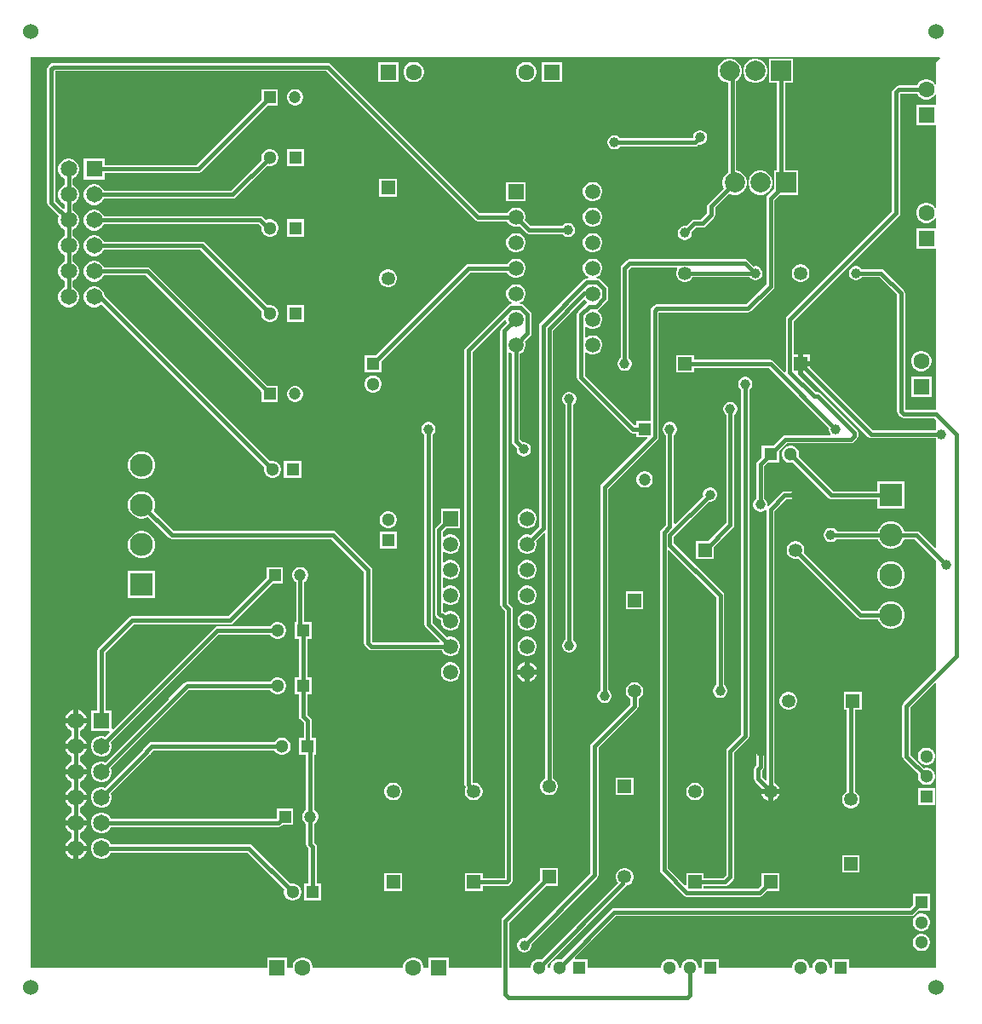
<source format=gtl>
G04*
G04 #@! TF.GenerationSoftware,Altium Limited,Altium Designer,22.9.1 (49)*
G04*
G04 Layer_Physical_Order=1*
G04 Layer_Color=255*
%FSLAX44Y44*%
%MOMM*%
G71*
G04*
G04 #@! TF.SameCoordinates,DBEF2CFB-25A5-4AA8-B732-6DF96BC3893C*
G04*
G04*
G04 #@! TF.FilePolarity,Positive*
G04*
G01*
G75*
%ADD18C,1.3000*%
%ADD19R,1.3000X1.3000*%
%ADD24C,1.2000*%
%ADD25R,1.2000X1.2000*%
%ADD34C,2.0000*%
%ADD35R,2.0000X2.0000*%
%ADD36R,1.2000X1.2000*%
%ADD39R,1.3000X1.3000*%
%ADD42C,0.3810*%
%ADD43C,1.5240*%
%ADD44R,1.6000X1.6000*%
%ADD45C,1.6000*%
%ADD46C,1.5000*%
%ADD47R,1.5000X1.5000*%
%ADD48C,1.6500*%
%ADD49R,1.6500X1.6500*%
%ADD50R,1.3500X1.3500*%
%ADD51C,1.3500*%
%ADD52R,2.3000X2.3000*%
%ADD53C,2.3000*%
%ADD54R,1.3500X1.3500*%
%ADD55R,1.6000X1.6000*%
%ADD56C,1.0000*%
G36*
X928827Y948827D02*
X925000Y945000D01*
Y922983D01*
X923730Y922643D01*
X923028Y923860D01*
X921160Y925728D01*
X918872Y927048D01*
X916321Y927732D01*
X913679D01*
X911128Y927048D01*
X908840Y925728D01*
X906972Y923860D01*
X905734Y921714D01*
X887700D01*
X886164Y921409D01*
X884862Y920538D01*
X882162Y917838D01*
X881291Y916536D01*
X880986Y915000D01*
Y796663D01*
X776475Y692151D01*
X775604Y690849D01*
X775299Y689313D01*
Y637174D01*
X774029Y636648D01*
X762838Y647838D01*
X761536Y648709D01*
X760000Y649014D01*
X683782D01*
Y653782D01*
X666218D01*
Y636218D01*
X683782D01*
Y640986D01*
X758337D01*
X818059Y581264D01*
X817968Y580926D01*
Y579074D01*
X818447Y577286D01*
X819373Y575682D01*
X819771Y575284D01*
X819245Y574014D01*
X775000D01*
X773464Y573709D01*
X772162Y572838D01*
X762855Y563532D01*
X751468D01*
Y552145D01*
X747162Y547838D01*
X746291Y546536D01*
X745986Y545000D01*
Y510802D01*
X745682Y510627D01*
X744373Y509318D01*
X743447Y507714D01*
X742968Y505926D01*
Y504074D01*
X743447Y502286D01*
X744373Y500682D01*
X745682Y499373D01*
X747286Y498447D01*
X749074Y497968D01*
X750926D01*
X752714Y498447D01*
X754318Y499373D01*
X754716Y499771D01*
X755986Y499245D01*
Y231350D01*
X754812Y230864D01*
X751598Y234079D01*
Y240753D01*
X752838Y241994D01*
X753709Y243296D01*
X754014Y244832D01*
Y260000D01*
X753709Y261536D01*
X752838Y262838D01*
X751536Y263709D01*
X750000Y264014D01*
X748464Y263709D01*
X747162Y262838D01*
X746291Y261536D01*
X745986Y260000D01*
Y246495D01*
X744745Y245255D01*
X743875Y243952D01*
X743570Y242416D01*
Y232416D01*
X743875Y230880D01*
X744745Y229578D01*
X751215Y223108D01*
X751063Y222540D01*
X760000D01*
X768937D01*
X768657Y223586D01*
X767434Y225704D01*
X765704Y227434D01*
X764014Y228410D01*
Y498337D01*
X775948Y510271D01*
X784285D01*
X785821Y510576D01*
X787123Y511447D01*
X787838Y512162D01*
X788709Y513464D01*
X789014Y515000D01*
X788709Y516536D01*
X787838Y517838D01*
X786536Y518709D01*
X785000Y519014D01*
X783464Y518709D01*
X782851Y518299D01*
X774285D01*
X772749Y517994D01*
X771447Y517123D01*
X758237Y503913D01*
X758228Y503915D01*
X757032Y504505D01*
Y505926D01*
X756553Y507714D01*
X755627Y509318D01*
X754318Y510627D01*
X754014Y510802D01*
Y543337D01*
X757145Y546468D01*
X768532D01*
Y557855D01*
X776663Y565986D01*
X840000D01*
X841536Y566291D01*
X842838Y567162D01*
X846260Y570583D01*
X847130Y571886D01*
X847436Y573422D01*
Y576578D01*
X847130Y578114D01*
X846260Y579417D01*
X810178Y615499D01*
X808876Y616369D01*
X807339Y616675D01*
X804934D01*
X787072Y634537D01*
X787460Y635472D01*
Y645000D01*
Y654290D01*
X783327D01*
Y687650D01*
X887838Y792162D01*
X888709Y793464D01*
X889014Y795000D01*
Y913337D01*
X889363Y913686D01*
X905734D01*
X906972Y911540D01*
X908840Y909672D01*
X911128Y908352D01*
X913679Y907668D01*
X916321D01*
X918872Y908352D01*
X921160Y909672D01*
X923028Y911540D01*
X923730Y912757D01*
X925000Y912417D01*
Y902332D01*
X904968D01*
Y882268D01*
X925000D01*
Y800284D01*
X923730Y799943D01*
X923028Y801160D01*
X921160Y803028D01*
X918872Y804348D01*
X916321Y805032D01*
X913679D01*
X911128Y804348D01*
X908840Y803028D01*
X906972Y801160D01*
X905652Y798872D01*
X904968Y796321D01*
Y793679D01*
X905652Y791128D01*
X906972Y788840D01*
X908840Y786972D01*
X911128Y785652D01*
X913679Y784968D01*
X916321D01*
X918872Y785652D01*
X921160Y786972D01*
X923028Y788840D01*
X923730Y790057D01*
X925000Y789716D01*
Y779632D01*
X904968D01*
Y759568D01*
X925000D01*
Y599014D01*
X925000Y599014D01*
X894014D01*
Y715000D01*
X893709Y716536D01*
X892838Y717838D01*
X872838Y737838D01*
X871536Y738709D01*
X870000Y739014D01*
X850802D01*
X850627Y739318D01*
X849318Y740627D01*
X847714Y741553D01*
X845926Y742032D01*
X844074D01*
X842286Y741553D01*
X840682Y740627D01*
X839373Y739318D01*
X838447Y737714D01*
X837968Y735926D01*
Y734074D01*
X838447Y732286D01*
X839373Y730682D01*
X840682Y729373D01*
X842286Y728447D01*
X844074Y727968D01*
X845926D01*
X847714Y728447D01*
X849318Y729373D01*
X850627Y730682D01*
X850802Y730986D01*
X868337D01*
X885986Y713337D01*
Y597232D01*
X886291Y595696D01*
X887162Y594393D01*
X889393Y592162D01*
X890696Y591291D01*
X892232Y590986D01*
X923337D01*
X925000Y589323D01*
Y579014D01*
X861663D01*
X799290Y641387D01*
Y642460D01*
X792540D01*
Y635710D01*
X793613D01*
X857162Y572162D01*
X858464Y571291D01*
X860000Y570986D01*
X925000D01*
Y462336D01*
X923827Y461850D01*
X908214Y477462D01*
X906912Y478333D01*
X905376Y478638D01*
X892934D01*
X892610Y479847D01*
X890828Y482933D01*
X888309Y485452D01*
X885223Y487234D01*
X881781Y488156D01*
X878219D01*
X874777Y487234D01*
X871691Y485452D01*
X869172Y482933D01*
X867390Y479847D01*
X867066Y478638D01*
X826642D01*
X826536Y478709D01*
X825906Y478834D01*
X825627Y479318D01*
X824318Y480627D01*
X822714Y481553D01*
X820926Y482032D01*
X819074D01*
X817286Y481553D01*
X815682Y480627D01*
X814373Y479318D01*
X813447Y477714D01*
X812968Y475926D01*
Y474074D01*
X813447Y472286D01*
X814373Y470682D01*
X815682Y469373D01*
X817286Y468447D01*
X819074Y467968D01*
X820926D01*
X822714Y468447D01*
X824318Y469373D01*
X825555Y470610D01*
X867066D01*
X867390Y469401D01*
X869172Y466315D01*
X871691Y463796D01*
X874777Y462014D01*
X878219Y461092D01*
X881781D01*
X885223Y462014D01*
X888309Y463796D01*
X890828Y466315D01*
X892610Y469401D01*
X892934Y470610D01*
X903713D01*
X925000Y449323D01*
Y340677D01*
X892162Y307838D01*
X891291Y306536D01*
X890986Y305000D01*
Y255000D01*
X891291Y253464D01*
X892162Y252162D01*
X906834Y237489D01*
X906468Y236123D01*
Y233877D01*
X907049Y231707D01*
X908173Y229761D01*
X909761Y228173D01*
X911707Y227049D01*
X913877Y226468D01*
X916123D01*
X918293Y227049D01*
X920239Y228173D01*
X921827Y229761D01*
X922951Y231707D01*
X923532Y233877D01*
Y236123D01*
X922951Y238293D01*
X921827Y240239D01*
X920239Y241827D01*
X918293Y242950D01*
X916123Y243532D01*
X913877D01*
X912511Y243166D01*
X899014Y256663D01*
Y303337D01*
X923827Y328150D01*
X925000Y327664D01*
Y45000D01*
X838532D01*
Y53532D01*
X821468D01*
Y45000D01*
X818532D01*
Y46123D01*
X817951Y48293D01*
X816827Y50239D01*
X815239Y51827D01*
X813293Y52951D01*
X811123Y53532D01*
X808877D01*
X806707Y52951D01*
X804761Y51827D01*
X803173Y50239D01*
X802049Y48293D01*
X801468Y46123D01*
Y45000D01*
X798532D01*
Y46123D01*
X797951Y48293D01*
X796827Y50239D01*
X795239Y51827D01*
X793293Y52951D01*
X791123Y53532D01*
X788877D01*
X786707Y52951D01*
X784761Y51827D01*
X783173Y50239D01*
X782049Y48293D01*
X781468Y46123D01*
Y45000D01*
X708532D01*
Y53532D01*
X691468D01*
Y45000D01*
X688532D01*
Y46123D01*
X687951Y48293D01*
X686827Y50239D01*
X685239Y51827D01*
X683293Y52951D01*
X681123Y53532D01*
X678877D01*
X676707Y52951D01*
X674761Y51827D01*
X673173Y50239D01*
X672049Y48293D01*
X671468Y46123D01*
Y45000D01*
X668532D01*
Y46123D01*
X667951Y48293D01*
X666827Y50239D01*
X665239Y51827D01*
X663293Y52951D01*
X661123Y53532D01*
X658877D01*
X656707Y52951D01*
X654761Y51827D01*
X653173Y50239D01*
X652049Y48293D01*
X651468Y46123D01*
Y45000D01*
X578532D01*
Y53532D01*
X565868D01*
X565382Y54705D01*
X606663Y95986D01*
X900000D01*
X901536Y96291D01*
X902838Y97162D01*
X907145Y101468D01*
X918532D01*
Y118532D01*
X901468D01*
Y107145D01*
X898337Y104014D01*
X605000D01*
X603464Y103709D01*
X602162Y102838D01*
X552489Y53166D01*
X551123Y53532D01*
X548877D01*
X546707Y52951D01*
X544761Y51827D01*
X543173Y50239D01*
X542049Y48293D01*
X541468Y46123D01*
Y45000D01*
X538532D01*
Y46123D01*
X538166Y47489D01*
X615984Y125308D01*
X616688Y126361D01*
X618390Y126817D01*
X620392Y127973D01*
X622027Y129608D01*
X623184Y131610D01*
X623782Y133844D01*
Y136156D01*
X623184Y138390D01*
X622027Y140392D01*
X620392Y142027D01*
X618390Y143183D01*
X616156Y143782D01*
X613844D01*
X611610Y143183D01*
X609608Y142027D01*
X607973Y140392D01*
X606816Y138390D01*
X606218Y136156D01*
Y133844D01*
X606816Y131610D01*
X607973Y129608D01*
X608452Y129129D01*
X532489Y53166D01*
X531123Y53532D01*
X528877D01*
X526707Y52951D01*
X524761Y51827D01*
X523173Y50239D01*
X522049Y48293D01*
X521468Y46123D01*
Y45000D01*
X500592D01*
Y89915D01*
X536895Y126218D01*
X548782D01*
Y143782D01*
X531218D01*
Y131895D01*
X493740Y94417D01*
X492870Y93114D01*
X492564Y91578D01*
Y45000D01*
X440432D01*
Y55032D01*
X420368D01*
Y45000D01*
X415032D01*
Y46321D01*
X414348Y48872D01*
X413028Y51160D01*
X411160Y53028D01*
X408872Y54348D01*
X406321Y55032D01*
X403679D01*
X401128Y54348D01*
X398840Y53028D01*
X396972Y51160D01*
X395652Y48872D01*
X394968Y46321D01*
Y45000D01*
X305032D01*
Y46321D01*
X304348Y48872D01*
X303028Y51160D01*
X301160Y53028D01*
X298872Y54348D01*
X296321Y55032D01*
X293679D01*
X291128Y54348D01*
X288840Y53028D01*
X286972Y51160D01*
X285652Y48872D01*
X284968Y46321D01*
Y45000D01*
X279632D01*
Y55032D01*
X259568D01*
Y45000D01*
X25000D01*
Y950000D01*
X928341D01*
X928827Y948827D01*
D02*
G37*
%LPC*%
G36*
X552732Y945032D02*
X532668D01*
Y924968D01*
X552732D01*
Y945032D01*
D02*
G37*
G36*
X518621D02*
X515979D01*
X513428Y944348D01*
X511140Y943028D01*
X509272Y941160D01*
X507952Y938872D01*
X507268Y936321D01*
Y933679D01*
X507952Y931128D01*
X509272Y928840D01*
X511140Y926972D01*
X513428Y925652D01*
X515979Y924968D01*
X518621D01*
X521172Y925652D01*
X523460Y926972D01*
X525328Y928840D01*
X526648Y931128D01*
X527332Y933679D01*
Y936321D01*
X526648Y938872D01*
X525328Y941160D01*
X523460Y943028D01*
X521172Y944348D01*
X518621Y945032D01*
D02*
G37*
G36*
X406721D02*
X404079D01*
X401528Y944348D01*
X399240Y943028D01*
X397372Y941160D01*
X396052Y938872D01*
X395368Y936321D01*
Y933679D01*
X396052Y931128D01*
X397372Y928840D01*
X399240Y926972D01*
X401528Y925652D01*
X404079Y924968D01*
X406721D01*
X409272Y925652D01*
X411560Y926972D01*
X413428Y928840D01*
X414748Y931128D01*
X415432Y933679D01*
Y936321D01*
X414748Y938872D01*
X413428Y941160D01*
X411560Y943028D01*
X409272Y944348D01*
X406721Y945032D01*
D02*
G37*
G36*
X390032D02*
X369968D01*
Y924968D01*
X390032D01*
Y945032D01*
D02*
G37*
G36*
X746584Y948107D02*
X743416D01*
X740356Y947287D01*
X737612Y945703D01*
X735372Y943463D01*
X733788Y940719D01*
X732968Y937659D01*
Y934491D01*
X733788Y931431D01*
X735372Y928687D01*
X737612Y926447D01*
X740356Y924863D01*
X743416Y924043D01*
X746584D01*
X749644Y924863D01*
X752388Y926447D01*
X754628Y928687D01*
X756212Y931431D01*
X757032Y934491D01*
Y937659D01*
X756212Y940719D01*
X754628Y943463D01*
X752388Y945703D01*
X749644Y947287D01*
X746584Y948107D01*
D02*
G37*
G36*
X288557Y918032D02*
X286443D01*
X284400Y917485D01*
X282568Y916427D01*
X281073Y914932D01*
X280015Y913100D01*
X279468Y911057D01*
Y908943D01*
X280015Y906900D01*
X281073Y905068D01*
X282568Y903573D01*
X284400Y902515D01*
X286443Y901968D01*
X288557D01*
X290600Y902515D01*
X292432Y903573D01*
X293927Y905068D01*
X294985Y906900D01*
X295532Y908943D01*
Y911057D01*
X294985Y913100D01*
X293927Y914932D01*
X292432Y916427D01*
X290600Y917485D01*
X288557Y918032D01*
D02*
G37*
G36*
X690926Y877032D02*
X689074D01*
X687286Y876553D01*
X685682Y875627D01*
X684373Y874318D01*
X683447Y872714D01*
X682968Y870926D01*
Y869074D01*
X682922Y869014D01*
X610802D01*
X610627Y869318D01*
X609318Y870627D01*
X607714Y871553D01*
X605926Y872032D01*
X604074D01*
X602286Y871553D01*
X600682Y870627D01*
X599373Y869318D01*
X598447Y867714D01*
X597968Y865926D01*
Y864074D01*
X598447Y862286D01*
X599373Y860682D01*
X600682Y859373D01*
X602286Y858447D01*
X604074Y857968D01*
X605926D01*
X607714Y858447D01*
X609318Y859373D01*
X610627Y860682D01*
X610802Y860986D01*
X685000D01*
X686536Y861291D01*
X687838Y862162D01*
X688736Y863059D01*
X689074Y862968D01*
X690926D01*
X692714Y863447D01*
X694318Y864373D01*
X695627Y865682D01*
X696553Y867286D01*
X697032Y869074D01*
Y870926D01*
X696553Y872714D01*
X695627Y874318D01*
X694318Y875627D01*
X692714Y876553D01*
X690926Y877032D01*
D02*
G37*
G36*
X270532Y918032D02*
X254468D01*
Y907645D01*
X189337Y842514D01*
X97982D01*
Y848782D01*
X77418D01*
Y828218D01*
X97982D01*
Y834486D01*
X191000D01*
X192536Y834791D01*
X193838Y835662D01*
X260145Y901968D01*
X270532D01*
Y918032D01*
D02*
G37*
G36*
X296232Y858532D02*
X279168D01*
Y841468D01*
X296232D01*
Y858532D01*
D02*
G37*
G36*
X263423D02*
X261177D01*
X259007Y857951D01*
X257061Y856827D01*
X255473Y855239D01*
X254349Y853293D01*
X253768Y851123D01*
Y848877D01*
X254134Y847511D01*
X223737Y817114D01*
X97255D01*
X95928Y819413D01*
X94013Y821328D01*
X91669Y822681D01*
X89054Y823382D01*
X86346D01*
X83731Y822681D01*
X81387Y821328D01*
X79472Y819413D01*
X78119Y817069D01*
X77418Y814454D01*
Y811746D01*
X78119Y809131D01*
X79472Y806787D01*
X81387Y804872D01*
X83731Y803519D01*
X86346Y802818D01*
X89054D01*
X91669Y803519D01*
X94013Y804872D01*
X95928Y806787D01*
X97255Y809086D01*
X225400D01*
X226936Y809391D01*
X228238Y810262D01*
X259811Y841834D01*
X261177Y841468D01*
X263423D01*
X265593Y842049D01*
X267539Y843173D01*
X269127Y844761D01*
X270251Y846707D01*
X270832Y848877D01*
Y851123D01*
X270251Y853293D01*
X269127Y855239D01*
X267539Y856827D01*
X265593Y857951D01*
X263423Y858532D01*
D02*
G37*
G36*
X751584Y837032D02*
X748416D01*
X745356Y836212D01*
X742612Y834628D01*
X740372Y832388D01*
X738788Y829644D01*
X737968Y826584D01*
Y823416D01*
X738788Y820356D01*
X740372Y817612D01*
X742612Y815372D01*
X745356Y813788D01*
X748416Y812968D01*
X751584D01*
X754644Y813788D01*
X757388Y815372D01*
X759628Y817612D01*
X761212Y820356D01*
X762032Y823416D01*
Y826584D01*
X761212Y829644D01*
X759628Y832388D01*
X757388Y834628D01*
X754644Y836212D01*
X751584Y837032D01*
D02*
G37*
G36*
X721084Y948107D02*
X717916D01*
X714856Y947287D01*
X712112Y945703D01*
X709872Y943463D01*
X708288Y940719D01*
X707468Y937659D01*
Y934491D01*
X708288Y931431D01*
X709872Y928687D01*
X712112Y926447D01*
X714856Y924863D01*
X717916Y924043D01*
X717986D01*
Y835132D01*
X717112Y834628D01*
X714872Y832388D01*
X713288Y829644D01*
X712468Y826584D01*
Y823416D01*
X713288Y820356D01*
X713614Y819791D01*
X698315Y804492D01*
X697445Y803189D01*
X697139Y801653D01*
Y794466D01*
X691181Y788508D01*
X684494D01*
X682958Y788203D01*
X681656Y787333D01*
X676264Y781941D01*
X675926Y782032D01*
X674074D01*
X672286Y781553D01*
X670682Y780627D01*
X669373Y779318D01*
X668447Y777714D01*
X667968Y775926D01*
Y774074D01*
X668447Y772286D01*
X669373Y770682D01*
X670682Y769373D01*
X672286Y768447D01*
X674074Y767968D01*
X675926D01*
X677714Y768447D01*
X679318Y769373D01*
X680627Y770682D01*
X681553Y772286D01*
X682032Y774074D01*
Y775926D01*
X681941Y776264D01*
X686157Y780480D01*
X692844D01*
X694380Y780786D01*
X695682Y781656D01*
X703992Y789965D01*
X704862Y791267D01*
X705167Y792804D01*
Y799990D01*
X719291Y814114D01*
X719856Y813788D01*
X722916Y812968D01*
X726084D01*
X729144Y813788D01*
X731888Y815372D01*
X734128Y817612D01*
X735712Y820356D01*
X736532Y823416D01*
Y826584D01*
X735712Y829644D01*
X734128Y832388D01*
X731888Y834628D01*
X729144Y836212D01*
X726084Y837032D01*
X726014D01*
Y925943D01*
X726888Y926447D01*
X729128Y928687D01*
X730712Y931431D01*
X731532Y934491D01*
Y937659D01*
X730712Y940719D01*
X729128Y943463D01*
X726888Y945703D01*
X724144Y947287D01*
X721084Y948107D01*
D02*
G37*
G36*
X388782Y828782D02*
X371218D01*
Y811218D01*
X388782D01*
Y828782D01*
D02*
G37*
G36*
X584355Y825732D02*
X581845D01*
X579421Y825082D01*
X577247Y823828D01*
X575472Y822053D01*
X574218Y819879D01*
X573568Y817455D01*
Y814945D01*
X574218Y812521D01*
X575472Y810347D01*
X577247Y808572D01*
X579421Y807318D01*
X581845Y806668D01*
X584355D01*
X586779Y807318D01*
X588953Y808572D01*
X590728Y810347D01*
X591982Y812521D01*
X592632Y814945D01*
Y817455D01*
X591982Y819879D01*
X590728Y822053D01*
X588953Y823828D01*
X586779Y825082D01*
X584355Y825732D01*
D02*
G37*
G36*
X516432D02*
X497368D01*
Y806668D01*
X516432D01*
Y825732D01*
D02*
G37*
G36*
X584355Y800332D02*
X581845D01*
X579421Y799682D01*
X577247Y798428D01*
X575472Y796653D01*
X574218Y794479D01*
X573568Y792055D01*
Y789545D01*
X574218Y787121D01*
X575472Y784947D01*
X577247Y783173D01*
X579421Y781918D01*
X581845Y781268D01*
X584355D01*
X586779Y781918D01*
X588953Y783173D01*
X590728Y784947D01*
X591982Y787121D01*
X592632Y789545D01*
Y792055D01*
X591982Y794479D01*
X590728Y796653D01*
X588953Y798428D01*
X586779Y799682D01*
X584355Y800332D01*
D02*
G37*
G36*
X296232Y788532D02*
X279168D01*
Y771468D01*
X296232D01*
Y788532D01*
D02*
G37*
G36*
X89054Y797982D02*
X86346D01*
X83731Y797281D01*
X81387Y795928D01*
X79472Y794013D01*
X78119Y791669D01*
X77418Y789054D01*
Y786346D01*
X78119Y783731D01*
X79472Y781387D01*
X81387Y779472D01*
X83731Y778119D01*
X86346Y777418D01*
X89054D01*
X91669Y778119D01*
X94013Y779472D01*
X95928Y781387D01*
X97255Y783686D01*
X251063D01*
X253768Y780981D01*
Y778877D01*
X254349Y776707D01*
X255473Y774761D01*
X257061Y773173D01*
X259007Y772049D01*
X261177Y771468D01*
X263423D01*
X265593Y772049D01*
X267539Y773173D01*
X269127Y774761D01*
X270251Y776707D01*
X270832Y778877D01*
Y781123D01*
X270251Y783293D01*
X269127Y785239D01*
X267539Y786827D01*
X265593Y787951D01*
X263423Y788532D01*
X261177D01*
X259007Y787951D01*
X258465Y787638D01*
X255564Y790538D01*
X254261Y791409D01*
X252725Y791714D01*
X97255D01*
X95928Y794013D01*
X94013Y795928D01*
X91669Y797281D01*
X89054Y797982D01*
D02*
G37*
G36*
X320000Y944014D02*
X47232D01*
X45696Y943709D01*
X44393Y942838D01*
X42162Y940607D01*
X41291Y939304D01*
X40986Y937768D01*
Y805000D01*
X41291Y803464D01*
X42162Y802162D01*
X52705Y791618D01*
X52018Y789054D01*
Y786346D01*
X52719Y783731D01*
X54072Y781387D01*
X55987Y779472D01*
X58286Y778145D01*
Y771855D01*
X55987Y770528D01*
X54072Y768613D01*
X52719Y766269D01*
X52018Y763654D01*
Y760946D01*
X52719Y758331D01*
X54072Y755987D01*
X55987Y754072D01*
X58286Y752745D01*
Y746455D01*
X55987Y745128D01*
X54072Y743213D01*
X52719Y740869D01*
X52018Y738254D01*
Y735546D01*
X52719Y732931D01*
X54072Y730587D01*
X55987Y728672D01*
X58286Y727345D01*
Y721055D01*
X55987Y719728D01*
X54072Y717813D01*
X52719Y715469D01*
X52018Y712854D01*
Y710146D01*
X52719Y707531D01*
X54072Y705187D01*
X55987Y703272D01*
X58331Y701919D01*
X60946Y701218D01*
X63654D01*
X66269Y701919D01*
X68613Y703272D01*
X70528Y705187D01*
X71881Y707531D01*
X72582Y710146D01*
Y712854D01*
X71881Y715469D01*
X70528Y717813D01*
X68613Y719728D01*
X66314Y721055D01*
Y727345D01*
X68613Y728672D01*
X70528Y730587D01*
X71881Y732931D01*
X72582Y735546D01*
Y738254D01*
X71881Y740869D01*
X70528Y743213D01*
X68613Y745128D01*
X66314Y746455D01*
Y752745D01*
X68613Y754072D01*
X70528Y755987D01*
X71881Y758331D01*
X72582Y760946D01*
Y763654D01*
X71881Y766269D01*
X70528Y768613D01*
X68613Y770528D01*
X66314Y771855D01*
Y778145D01*
X68613Y779472D01*
X70528Y781387D01*
X71881Y783731D01*
X72582Y786346D01*
Y789054D01*
X71881Y791669D01*
X70528Y794013D01*
X68613Y795928D01*
X66314Y797255D01*
Y803545D01*
X68613Y804872D01*
X70528Y806787D01*
X71881Y809131D01*
X72582Y811746D01*
Y814454D01*
X71881Y817069D01*
X70528Y819413D01*
X68613Y821328D01*
X66314Y822655D01*
Y828945D01*
X68613Y830272D01*
X70528Y832187D01*
X71881Y834531D01*
X72582Y837146D01*
Y839854D01*
X71881Y842469D01*
X70528Y844813D01*
X68613Y846728D01*
X66269Y848081D01*
X63654Y848782D01*
X60946D01*
X58331Y848081D01*
X55987Y846728D01*
X54072Y844813D01*
X52719Y842469D01*
X52018Y839854D01*
Y837146D01*
X52719Y834531D01*
X54072Y832187D01*
X55987Y830272D01*
X58286Y828945D01*
Y822655D01*
X55987Y821328D01*
X54072Y819413D01*
X52719Y817069D01*
X52018Y814454D01*
Y811746D01*
X52719Y809131D01*
X54072Y806787D01*
X55987Y804872D01*
X58286Y803545D01*
Y799050D01*
X57112Y798564D01*
X49014Y806663D01*
Y935986D01*
X318337D01*
X466362Y787962D01*
X467664Y787091D01*
X469200Y786786D01*
X498211D01*
X499272Y784947D01*
X501047Y783173D01*
X503221Y781918D01*
X505645Y781268D01*
X508155D01*
X510206Y781817D01*
X516762Y775262D01*
X518064Y774391D01*
X519600Y774086D01*
X552906D01*
X553081Y773782D01*
X554390Y772473D01*
X555994Y771547D01*
X557782Y771068D01*
X559634D01*
X561422Y771547D01*
X563026Y772473D01*
X564335Y773782D01*
X565261Y775386D01*
X565740Y777174D01*
Y779026D01*
X565261Y780814D01*
X564335Y782418D01*
X563026Y783727D01*
X561422Y784653D01*
X559634Y785132D01*
X557782D01*
X555994Y784653D01*
X554390Y783727D01*
X553081Y782418D01*
X552906Y782114D01*
X521263D01*
X515882Y787494D01*
X516432Y789545D01*
Y792055D01*
X515782Y794479D01*
X514528Y796653D01*
X512753Y798428D01*
X510579Y799682D01*
X508155Y800332D01*
X505645D01*
X503221Y799682D01*
X501047Y798428D01*
X499272Y796653D01*
X498211Y794814D01*
X470863D01*
X322838Y942838D01*
X321536Y943709D01*
X320000Y944014D01*
D02*
G37*
G36*
X584355Y774932D02*
X581845D01*
X579421Y774282D01*
X577247Y773027D01*
X575472Y771253D01*
X574218Y769079D01*
X573568Y766655D01*
Y764145D01*
X574218Y761721D01*
X575472Y759547D01*
X577247Y757773D01*
X579421Y756518D01*
X581845Y755868D01*
X584355D01*
X586779Y756518D01*
X588953Y757773D01*
X590728Y759547D01*
X591982Y761721D01*
X592632Y764145D01*
Y766655D01*
X591982Y769079D01*
X590728Y771253D01*
X588953Y773027D01*
X586779Y774282D01*
X584355Y774932D01*
D02*
G37*
G36*
X508155D02*
X505645D01*
X503221Y774282D01*
X501047Y773027D01*
X499272Y771253D01*
X498018Y769079D01*
X497368Y766655D01*
Y764145D01*
X498018Y761721D01*
X499272Y759547D01*
X501047Y757773D01*
X503221Y756518D01*
X505645Y755868D01*
X508155D01*
X510579Y756518D01*
X512753Y757773D01*
X514528Y759547D01*
X515782Y761721D01*
X516432Y764145D01*
Y766655D01*
X515782Y769079D01*
X514528Y771253D01*
X512753Y773027D01*
X510579Y774282D01*
X508155Y774932D01*
D02*
G37*
G36*
Y749532D02*
X505645D01*
X503221Y748882D01*
X501047Y747627D01*
X499272Y745853D01*
X498211Y744014D01*
X460000D01*
X458464Y743709D01*
X457162Y742838D01*
X367855Y653532D01*
X356468D01*
Y636468D01*
X373532D01*
Y647855D01*
X461663Y735986D01*
X498211D01*
X499272Y734147D01*
X501047Y732373D01*
X503221Y731118D01*
X505645Y730468D01*
X508155D01*
X510579Y731118D01*
X512753Y732373D01*
X514528Y734147D01*
X515782Y736321D01*
X516432Y738745D01*
Y741255D01*
X515782Y743679D01*
X514528Y745853D01*
X512753Y747627D01*
X510579Y748882D01*
X508155Y749532D01*
D02*
G37*
G36*
X735000Y749014D02*
X620000D01*
X618464Y748709D01*
X617162Y747838D01*
X612162Y742838D01*
X611291Y741536D01*
X610986Y740000D01*
Y650802D01*
X610682Y650627D01*
X609373Y649318D01*
X608447Y647714D01*
X607968Y645926D01*
Y644074D01*
X608447Y642286D01*
X609373Y640682D01*
X610682Y639373D01*
X612286Y638447D01*
X614074Y637968D01*
X615926D01*
X617714Y638447D01*
X619318Y639373D01*
X620627Y640682D01*
X621553Y642286D01*
X622032Y644074D01*
Y645926D01*
X621553Y647714D01*
X620627Y649318D01*
X619318Y650627D01*
X619014Y650802D01*
Y738337D01*
X621663Y740986D01*
X666849D01*
X667582Y739716D01*
X666816Y738390D01*
X666218Y736156D01*
Y733844D01*
X666816Y731610D01*
X667973Y729608D01*
X669608Y727973D01*
X671610Y726816D01*
X673844Y726218D01*
X676156D01*
X678390Y726816D01*
X680392Y727973D01*
X682027Y729608D01*
X682823Y730986D01*
X739198D01*
X739373Y730682D01*
X740682Y729373D01*
X742286Y728447D01*
X744074Y727968D01*
X745926D01*
X747714Y728447D01*
X749318Y729373D01*
X750627Y730682D01*
X751553Y732286D01*
X752032Y734074D01*
Y735926D01*
X751553Y737714D01*
X750627Y739318D01*
X749318Y740627D01*
X747714Y741553D01*
X745926Y742032D01*
X744074D01*
X743736Y741941D01*
X737838Y747838D01*
X736536Y748709D01*
X735000Y749014D01*
D02*
G37*
G36*
X791156Y743782D02*
X788844D01*
X786610Y743184D01*
X784608Y742027D01*
X782973Y740392D01*
X781816Y738390D01*
X781218Y736156D01*
Y733844D01*
X781816Y731610D01*
X782973Y729608D01*
X784608Y727973D01*
X786610Y726816D01*
X788844Y726218D01*
X791156D01*
X793390Y726816D01*
X795392Y727973D01*
X797027Y729608D01*
X798184Y731610D01*
X798782Y733844D01*
Y736156D01*
X798184Y738390D01*
X797027Y740392D01*
X795392Y742027D01*
X793390Y743184D01*
X791156Y743782D01*
D02*
G37*
G36*
X381156Y738782D02*
X378844D01*
X376610Y738184D01*
X374608Y737027D01*
X372973Y735392D01*
X371816Y733390D01*
X371218Y731156D01*
Y728844D01*
X371816Y726610D01*
X372973Y724608D01*
X374608Y722973D01*
X376610Y721816D01*
X378844Y721218D01*
X381156D01*
X383390Y721816D01*
X385392Y722973D01*
X387027Y724608D01*
X388184Y726610D01*
X388782Y728844D01*
Y731156D01*
X388184Y733390D01*
X387027Y735392D01*
X385392Y737027D01*
X383390Y738184D01*
X381156Y738782D01*
D02*
G37*
G36*
X296232Y703532D02*
X279168D01*
Y686468D01*
X296232D01*
Y703532D01*
D02*
G37*
G36*
X89054Y772582D02*
X86346D01*
X83731Y771881D01*
X81387Y770528D01*
X79472Y768613D01*
X78119Y766269D01*
X77418Y763654D01*
Y760946D01*
X78119Y758331D01*
X79472Y755987D01*
X81387Y754072D01*
X83731Y752719D01*
X86346Y752018D01*
X89054D01*
X91669Y752719D01*
X94013Y754072D01*
X95928Y755987D01*
X97255Y758286D01*
X193337D01*
X254134Y697489D01*
X253768Y696123D01*
Y693877D01*
X254349Y691707D01*
X255473Y689761D01*
X257061Y688173D01*
X259007Y687049D01*
X261177Y686468D01*
X263423D01*
X265593Y687049D01*
X267539Y688173D01*
X269127Y689761D01*
X270251Y691707D01*
X270832Y693877D01*
Y696123D01*
X270251Y698293D01*
X269127Y700239D01*
X267539Y701827D01*
X265593Y702951D01*
X263423Y703532D01*
X261177D01*
X259811Y703166D01*
X197838Y765138D01*
X196536Y766009D01*
X195000Y766314D01*
X97255D01*
X95928Y768613D01*
X94013Y770528D01*
X91669Y771881D01*
X89054Y772582D01*
D02*
G37*
G36*
X782532Y948107D02*
X758468D01*
Y924043D01*
X766486D01*
Y837032D01*
X763468D01*
Y818645D01*
X757162Y812338D01*
X756291Y811036D01*
X755986Y809500D01*
Y723895D01*
X736105Y704014D01*
X647169D01*
X645633Y703709D01*
X644330Y702838D01*
X642099Y700607D01*
X641228Y699304D01*
X640923Y697768D01*
Y588032D01*
X626968D01*
Y584014D01*
X624948D01*
X575677Y633285D01*
Y656083D01*
X576851Y656569D01*
X577247Y656172D01*
X579421Y654918D01*
X581845Y654268D01*
X584355D01*
X586779Y654918D01*
X588953Y656172D01*
X590728Y657947D01*
X591982Y660121D01*
X592632Y662545D01*
Y665055D01*
X591982Y667479D01*
X590728Y669653D01*
X588953Y671428D01*
X586779Y672682D01*
X584355Y673332D01*
X581845D01*
X579421Y672682D01*
X577247Y671428D01*
X576851Y671031D01*
X575677Y671517D01*
Y681483D01*
X576851Y681969D01*
X577247Y681572D01*
X579421Y680318D01*
X581845Y679668D01*
X584355D01*
X586779Y680318D01*
X588953Y681572D01*
X590728Y683347D01*
X591982Y685521D01*
X592632Y687945D01*
Y690455D01*
X591982Y692879D01*
X590728Y695053D01*
X588953Y696827D01*
X588521Y697077D01*
X588583Y698507D01*
X589413Y699062D01*
X597375Y707024D01*
X598246Y708326D01*
X598551Y709863D01*
Y719337D01*
X598246Y720873D01*
X597375Y722176D01*
X590676Y728875D01*
X589374Y729746D01*
X587837Y730051D01*
X587472D01*
X587132Y731321D01*
X588953Y732373D01*
X590728Y734147D01*
X591982Y736321D01*
X592632Y738745D01*
Y741255D01*
X591982Y743679D01*
X590728Y745853D01*
X588953Y747627D01*
X586779Y748882D01*
X584355Y749532D01*
X581845D01*
X579421Y748882D01*
X577247Y747627D01*
X575472Y745853D01*
X574218Y743679D01*
X573568Y741255D01*
Y738745D01*
X574218Y736321D01*
X575472Y734147D01*
X577247Y732373D01*
X579068Y731321D01*
X578728Y730051D01*
X577775D01*
X576239Y729746D01*
X574937Y728875D01*
X531320Y685258D01*
X530449Y683956D01*
X530144Y682420D01*
Y483521D01*
X521406Y474782D01*
X519355Y475332D01*
X516845D01*
X514421Y474682D01*
X512247Y473428D01*
X510472Y471653D01*
X509218Y469479D01*
X508568Y467055D01*
Y464545D01*
X509218Y462121D01*
X510472Y459947D01*
X512247Y458172D01*
X514421Y456918D01*
X516845Y456268D01*
X519355D01*
X521779Y456918D01*
X523953Y458172D01*
X525728Y459947D01*
X526982Y462121D01*
X527632Y464545D01*
Y467055D01*
X527082Y469106D01*
X534813Y476836D01*
X535986Y476350D01*
Y232823D01*
X534608Y232027D01*
X532973Y230392D01*
X531816Y228390D01*
X531218Y226156D01*
Y223844D01*
X531816Y221610D01*
X532973Y219608D01*
X534608Y217973D01*
X536610Y216817D01*
X538844Y216218D01*
X541156D01*
X543390Y216817D01*
X545392Y217973D01*
X547027Y219608D01*
X548184Y221610D01*
X548782Y223844D01*
Y226156D01*
X548184Y228390D01*
X547027Y230392D01*
X545392Y232027D01*
X544014Y232823D01*
Y678337D01*
X574546Y708869D01*
X575472Y708747D01*
X577247Y706973D01*
X577679Y706723D01*
X577617Y705293D01*
X576787Y704738D01*
X568825Y696776D01*
X567954Y695473D01*
X567649Y693937D01*
Y631622D01*
X567954Y630086D01*
X568825Y628784D01*
X620447Y577162D01*
X621749Y576291D01*
X623285Y575986D01*
X626968D01*
Y571968D01*
X637200D01*
X637686Y570795D01*
X592162Y525271D01*
X591291Y523968D01*
X590986Y522432D01*
Y320802D01*
X590682Y320627D01*
X589373Y319318D01*
X588447Y317714D01*
X587968Y315926D01*
Y314074D01*
X588447Y312286D01*
X589373Y310682D01*
X590682Y309373D01*
X592286Y308447D01*
X594074Y307968D01*
X595926D01*
X597714Y308447D01*
X599318Y309373D01*
X600627Y310682D01*
X601553Y312286D01*
X602032Y314074D01*
Y315926D01*
X601553Y317714D01*
X600627Y319318D01*
X599318Y320627D01*
X599014Y320802D01*
Y520770D01*
X647775Y569531D01*
X648646Y570833D01*
X648951Y572369D01*
Y695986D01*
X737768D01*
X739304Y696291D01*
X740607Y697162D01*
X762838Y719393D01*
X763709Y720696D01*
X764014Y722232D01*
Y807837D01*
X769145Y812968D01*
X787532D01*
Y837032D01*
X774514D01*
Y924043D01*
X782532D01*
Y948107D01*
D02*
G37*
G36*
X799290Y654290D02*
X792540D01*
Y647540D01*
X799290D01*
Y654290D01*
D02*
G37*
G36*
X911321Y657732D02*
X908679D01*
X906128Y657048D01*
X903840Y655728D01*
X901972Y653860D01*
X900652Y651572D01*
X899968Y649021D01*
Y646379D01*
X900652Y643828D01*
X901972Y641540D01*
X903840Y639672D01*
X906128Y638352D01*
X908679Y637668D01*
X911321D01*
X913872Y638352D01*
X916160Y639672D01*
X918028Y641540D01*
X919348Y643828D01*
X920032Y646379D01*
Y649021D01*
X919348Y651572D01*
X918028Y653860D01*
X916160Y655728D01*
X913872Y657048D01*
X911321Y657732D01*
D02*
G37*
G36*
X366123Y633532D02*
X363877D01*
X361707Y632951D01*
X359761Y631827D01*
X358173Y630239D01*
X357049Y628293D01*
X356468Y626123D01*
Y623877D01*
X357049Y621707D01*
X358173Y619761D01*
X359761Y618173D01*
X361707Y617049D01*
X363877Y616468D01*
X366123D01*
X368293Y617049D01*
X370239Y618173D01*
X371827Y619761D01*
X372951Y621707D01*
X373532Y623877D01*
Y626123D01*
X372951Y628293D01*
X371827Y630239D01*
X370239Y631827D01*
X368293Y632951D01*
X366123Y633532D01*
D02*
G37*
G36*
X920032Y632332D02*
X899968D01*
Y612268D01*
X920032D01*
Y632332D01*
D02*
G37*
G36*
X288557Y623032D02*
X286443D01*
X284400Y622485D01*
X282568Y621427D01*
X281073Y619932D01*
X280015Y618100D01*
X279468Y616057D01*
Y613943D01*
X280015Y611900D01*
X281073Y610068D01*
X282568Y608573D01*
X284400Y607515D01*
X286443Y606968D01*
X288557D01*
X290600Y607515D01*
X292432Y608573D01*
X293927Y610068D01*
X294985Y611900D01*
X295532Y613943D01*
Y616057D01*
X294985Y618100D01*
X293927Y619932D01*
X292432Y621427D01*
X290600Y622485D01*
X288557Y623032D01*
D02*
G37*
G36*
X89054Y747182D02*
X86346D01*
X83731Y746481D01*
X81387Y745128D01*
X79472Y743213D01*
X78119Y740869D01*
X77418Y738254D01*
Y735546D01*
X78119Y732931D01*
X79472Y730587D01*
X81387Y728672D01*
X83731Y727319D01*
X86346Y726618D01*
X89054D01*
X91669Y727319D01*
X94013Y728672D01*
X95928Y730587D01*
X97255Y732886D01*
X138937D01*
X254468Y617355D01*
Y606968D01*
X270532D01*
Y623032D01*
X260145D01*
X143438Y739738D01*
X142136Y740609D01*
X140600Y740914D01*
X97255D01*
X95928Y743213D01*
X94013Y745128D01*
X91669Y746481D01*
X89054Y747182D01*
D02*
G37*
G36*
X508155Y724132D02*
X505645D01*
X503221Y723482D01*
X501047Y722227D01*
X499272Y720453D01*
X498018Y718279D01*
X497368Y715855D01*
Y713345D01*
X498018Y710921D01*
X499272Y708747D01*
X501047Y706973D01*
X502868Y705921D01*
X502528Y704651D01*
X502163D01*
X500626Y704346D01*
X499324Y703475D01*
X457162Y661313D01*
X456291Y660011D01*
X455986Y658474D01*
Y227077D01*
X456291Y225541D01*
X457162Y224238D01*
X457253Y224147D01*
X456816Y223390D01*
X456218Y221156D01*
Y218844D01*
X456816Y216610D01*
X457973Y214608D01*
X459608Y212973D01*
X461610Y211817D01*
X463844Y211218D01*
X466156D01*
X468390Y211817D01*
X470392Y212973D01*
X472027Y214608D01*
X473184Y216610D01*
X473782Y218844D01*
Y221156D01*
X473184Y223390D01*
X472027Y225392D01*
X470392Y227027D01*
X468390Y228183D01*
X466156Y228782D01*
X464014D01*
Y656812D01*
X496195Y688992D01*
X497368Y688506D01*
Y687945D01*
X497918Y685894D01*
X492625Y680601D01*
X491754Y679299D01*
X491449Y677763D01*
Y405752D01*
X491754Y404216D01*
X492625Y402914D01*
X495986Y399552D01*
Y134014D01*
X473782D01*
Y138782D01*
X456218D01*
Y121218D01*
X473782D01*
Y125986D01*
X497768D01*
X499304Y126291D01*
X500607Y127162D01*
X502838Y129393D01*
X503709Y130696D01*
X504014Y132232D01*
Y401215D01*
X503709Y402751D01*
X502838Y404053D01*
X499477Y407415D01*
Y656083D01*
X500650Y656569D01*
X501047Y656172D01*
X502886Y655111D01*
Y568100D01*
X503191Y566564D01*
X504062Y565262D01*
X508059Y561264D01*
X507968Y560926D01*
Y559074D01*
X508447Y557286D01*
X509373Y555682D01*
X510682Y554373D01*
X512286Y553447D01*
X514074Y552968D01*
X515926D01*
X517714Y553447D01*
X519318Y554373D01*
X520627Y555682D01*
X521553Y557286D01*
X522032Y559074D01*
Y560926D01*
X521553Y562714D01*
X520627Y564318D01*
X519318Y565627D01*
X517714Y566553D01*
X515926Y567032D01*
X514074D01*
X513736Y566941D01*
X510914Y569763D01*
Y655111D01*
X512753Y656172D01*
X514528Y657947D01*
X515782Y660121D01*
X516432Y662545D01*
Y665055D01*
X515882Y667106D01*
X521175Y672399D01*
X522046Y673701D01*
X522351Y675237D01*
Y693937D01*
X522046Y695473D01*
X521175Y696776D01*
X514476Y703475D01*
X513173Y704346D01*
X511637Y704651D01*
X511272D01*
X510932Y705921D01*
X512753Y706973D01*
X514528Y708747D01*
X515782Y710921D01*
X516432Y713345D01*
Y715855D01*
X515782Y718279D01*
X514528Y720453D01*
X512753Y722227D01*
X510579Y723482D01*
X508155Y724132D01*
D02*
G37*
G36*
X293532Y548532D02*
X276468D01*
Y531468D01*
X293532D01*
Y548532D01*
D02*
G37*
G36*
X89054Y721782D02*
X86346D01*
X83731Y721081D01*
X81387Y719728D01*
X79472Y717813D01*
X78119Y715469D01*
X77418Y712854D01*
Y710146D01*
X78119Y707531D01*
X79472Y705187D01*
X81387Y703272D01*
X83731Y701919D01*
X86346Y701218D01*
X89054D01*
X91669Y701919D01*
X94013Y703272D01*
X95032Y704291D01*
X256834Y542489D01*
X256468Y541123D01*
Y538877D01*
X257050Y536707D01*
X258173Y534761D01*
X259761Y533173D01*
X261707Y532049D01*
X263877Y531468D01*
X266123D01*
X268293Y532049D01*
X270239Y533173D01*
X271827Y534761D01*
X272951Y536707D01*
X273532Y538877D01*
Y541123D01*
X272951Y543293D01*
X271827Y545239D01*
X270239Y546827D01*
X268293Y547951D01*
X266123Y548532D01*
X263877D01*
X262511Y548166D01*
X98767Y711910D01*
X97982Y712434D01*
Y712854D01*
X97281Y715469D01*
X95928Y717813D01*
X94013Y719728D01*
X91669Y721081D01*
X89054Y721782D01*
D02*
G37*
G36*
X136782Y557968D02*
X133218D01*
X129777Y557046D01*
X126691Y555264D01*
X124172Y552745D01*
X122390Y549659D01*
X121468Y546217D01*
Y542654D01*
X122390Y539213D01*
X124172Y536127D01*
X126691Y533608D01*
X129777Y531826D01*
X133218Y530904D01*
X136782D01*
X140223Y531826D01*
X143309Y533608D01*
X145828Y536127D01*
X147610Y539213D01*
X148532Y542654D01*
Y546217D01*
X147610Y549659D01*
X145828Y552745D01*
X143309Y555264D01*
X140223Y557046D01*
X136782Y557968D01*
D02*
G37*
G36*
X636057Y538032D02*
X633943D01*
X631900Y537485D01*
X630068Y536427D01*
X628573Y534932D01*
X627515Y533100D01*
X626968Y531057D01*
Y528943D01*
X627515Y526900D01*
X628573Y525068D01*
X630068Y523573D01*
X631900Y522515D01*
X633943Y521968D01*
X636057D01*
X638100Y522515D01*
X639932Y523573D01*
X641427Y525068D01*
X642485Y526900D01*
X643032Y528943D01*
Y531057D01*
X642485Y533100D01*
X641427Y534932D01*
X639932Y536427D01*
X638100Y537485D01*
X636057Y538032D01*
D02*
G37*
G36*
X735926Y632032D02*
X734074D01*
X732286Y631553D01*
X730682Y630627D01*
X729373Y629318D01*
X728447Y627714D01*
X727968Y625926D01*
Y624074D01*
X728447Y622286D01*
X729373Y620682D01*
X730682Y619373D01*
X730986Y619198D01*
Y276663D01*
X717162Y262838D01*
X716291Y261536D01*
X715986Y260000D01*
Y136663D01*
X713337Y134014D01*
X693782D01*
Y138782D01*
X676218D01*
Y127050D01*
X675045Y126564D01*
X658172Y143437D01*
Y459492D01*
X659345Y459978D01*
X705986Y413337D01*
Y325802D01*
X705682Y325627D01*
X704373Y324318D01*
X703447Y322714D01*
X702968Y320926D01*
Y319074D01*
X703447Y317286D01*
X704373Y315682D01*
X705682Y314373D01*
X707286Y313447D01*
X709074Y312968D01*
X710926D01*
X712714Y313447D01*
X714318Y314373D01*
X715627Y315682D01*
X716553Y317286D01*
X717032Y319074D01*
Y320926D01*
X716553Y322714D01*
X715627Y324318D01*
X714318Y325627D01*
X714014Y325802D01*
Y415000D01*
X713709Y416536D01*
X712838Y417838D01*
X664014Y466663D01*
Y473337D01*
X698736Y508059D01*
X699074Y507968D01*
X700926D01*
X702714Y508447D01*
X704318Y509373D01*
X705627Y510682D01*
X706553Y512286D01*
X707032Y514074D01*
Y515926D01*
X706553Y517714D01*
X705627Y519318D01*
X704318Y520627D01*
X702714Y521553D01*
X700926Y522032D01*
X699074D01*
X697286Y521553D01*
X695682Y520627D01*
X694373Y519318D01*
X693447Y517714D01*
X692968Y515926D01*
Y514074D01*
X693059Y513736D01*
X665188Y485864D01*
X664014Y486350D01*
Y574198D01*
X664318Y574373D01*
X665627Y575682D01*
X666553Y577286D01*
X667032Y579074D01*
Y580926D01*
X666553Y582714D01*
X665627Y584318D01*
X664318Y585627D01*
X662714Y586553D01*
X660926Y587032D01*
X659074D01*
X657286Y586553D01*
X655682Y585627D01*
X654373Y584318D01*
X653447Y582714D01*
X652968Y580926D01*
Y579074D01*
X653447Y577286D01*
X654373Y575682D01*
X655682Y574373D01*
X655986Y574198D01*
Y484925D01*
X651320Y480258D01*
X650449Y478956D01*
X650144Y477420D01*
Y141774D01*
X650449Y140238D01*
X651320Y138936D01*
X673781Y116475D01*
X675083Y115604D01*
X676619Y115299D01*
X749313D01*
X750849Y115604D01*
X752151Y116475D01*
X756895Y121218D01*
X768782D01*
Y138782D01*
X751218D01*
Y126895D01*
X747650Y123327D01*
X693782D01*
Y125986D01*
X715000D01*
X716536Y126291D01*
X717838Y127162D01*
X722838Y132162D01*
X723709Y133464D01*
X724014Y135000D01*
Y258337D01*
X737838Y272162D01*
X738709Y273464D01*
X739014Y275000D01*
Y619198D01*
X739318Y619373D01*
X740627Y620682D01*
X741553Y622286D01*
X742032Y624074D01*
Y625926D01*
X741553Y627714D01*
X740627Y629318D01*
X739318Y630627D01*
X737714Y631553D01*
X735926Y632032D01*
D02*
G37*
G36*
X781123Y563532D02*
X778877D01*
X776707Y562951D01*
X774761Y561827D01*
X773173Y560239D01*
X772049Y558293D01*
X771468Y556123D01*
Y553877D01*
X772049Y551707D01*
X773173Y549761D01*
X774761Y548173D01*
X776707Y547049D01*
X778877Y546468D01*
X781123D01*
X782489Y546834D01*
X817914Y511410D01*
X819216Y510539D01*
X820752Y510234D01*
X866468D01*
Y500716D01*
X893532D01*
Y527780D01*
X866468D01*
Y518262D01*
X822415D01*
X788166Y552511D01*
X788532Y553877D01*
Y556123D01*
X787951Y558293D01*
X786827Y560239D01*
X785239Y561827D01*
X783293Y562951D01*
X781123Y563532D01*
D02*
G37*
G36*
X519355Y500732D02*
X516845D01*
X514421Y500082D01*
X512247Y498828D01*
X510472Y497053D01*
X509218Y494879D01*
X508568Y492455D01*
Y489945D01*
X509218Y487521D01*
X510472Y485347D01*
X512247Y483573D01*
X514421Y482318D01*
X516845Y481668D01*
X519355D01*
X521779Y482318D01*
X523953Y483573D01*
X525728Y485347D01*
X526982Y487521D01*
X527632Y489945D01*
Y492455D01*
X526982Y494879D01*
X525728Y497053D01*
X523953Y498828D01*
X521779Y500082D01*
X519355Y500732D01*
D02*
G37*
G36*
X381123Y498532D02*
X378877D01*
X376707Y497951D01*
X374761Y496827D01*
X373173Y495239D01*
X372049Y493293D01*
X371468Y491123D01*
Y488877D01*
X372049Y486707D01*
X373173Y484761D01*
X374761Y483173D01*
X376707Y482049D01*
X378877Y481468D01*
X381123D01*
X383293Y482049D01*
X385239Y483173D01*
X386827Y484761D01*
X387951Y486707D01*
X388532Y488877D01*
Y491123D01*
X387951Y493293D01*
X386827Y495239D01*
X385239Y496827D01*
X383293Y497951D01*
X381123Y498532D01*
D02*
G37*
G36*
X388532Y478532D02*
X371468D01*
Y461468D01*
X388532D01*
Y478532D01*
D02*
G37*
G36*
X451432Y500732D02*
X432368D01*
Y487345D01*
X427625Y482601D01*
X426754Y481299D01*
X426449Y479763D01*
Y396769D01*
X426754Y395233D01*
X427625Y393930D01*
X429393Y392162D01*
X430696Y391291D01*
X431704Y391091D01*
X432368Y390427D01*
Y388345D01*
X433018Y385921D01*
X434272Y383747D01*
X436047Y381973D01*
X438221Y380718D01*
X440645Y380068D01*
X443155D01*
X445579Y380718D01*
X447753Y381973D01*
X449528Y383747D01*
X450782Y385921D01*
X451432Y388345D01*
Y390855D01*
X450782Y393279D01*
X449528Y395453D01*
X447753Y397228D01*
X445579Y398482D01*
X443155Y399132D01*
X440645D01*
X438221Y398482D01*
X436601Y397547D01*
X436310Y397838D01*
X435008Y398709D01*
X434477Y398814D01*
Y407283D01*
X435650Y407769D01*
X436047Y407373D01*
X438221Y406118D01*
X440645Y405468D01*
X443155D01*
X445579Y406118D01*
X447753Y407373D01*
X449528Y409147D01*
X450782Y411321D01*
X451432Y413745D01*
Y416255D01*
X450782Y418679D01*
X449528Y420853D01*
X447753Y422627D01*
X445579Y423882D01*
X443155Y424532D01*
X440645D01*
X438221Y423882D01*
X436047Y422627D01*
X435650Y422231D01*
X434477Y422717D01*
Y432683D01*
X435650Y433169D01*
X436047Y432772D01*
X438221Y431518D01*
X440645Y430868D01*
X443155D01*
X445579Y431518D01*
X447753Y432772D01*
X449528Y434547D01*
X450782Y436721D01*
X451432Y439145D01*
Y441655D01*
X450782Y444079D01*
X449528Y446253D01*
X447753Y448027D01*
X445579Y449282D01*
X443155Y449932D01*
X440645D01*
X438221Y449282D01*
X436047Y448027D01*
X435650Y447631D01*
X434477Y448117D01*
Y458083D01*
X435650Y458569D01*
X436047Y458172D01*
X438221Y456918D01*
X440645Y456268D01*
X443155D01*
X445579Y456918D01*
X447753Y458172D01*
X449528Y459947D01*
X450782Y462121D01*
X451432Y464545D01*
Y467055D01*
X450782Y469479D01*
X449528Y471653D01*
X447753Y473428D01*
X445579Y474682D01*
X443155Y475332D01*
X440645D01*
X438221Y474682D01*
X436047Y473428D01*
X435650Y473031D01*
X434477Y473517D01*
Y478100D01*
X438045Y481668D01*
X451432D01*
Y500732D01*
D02*
G37*
G36*
X136782Y478720D02*
X133218D01*
X129777Y477798D01*
X126691Y476016D01*
X124172Y473497D01*
X122390Y470411D01*
X121468Y466969D01*
Y463406D01*
X122390Y459965D01*
X124172Y456879D01*
X126691Y454360D01*
X129777Y452578D01*
X133218Y451656D01*
X136782D01*
X140223Y452578D01*
X143309Y454360D01*
X145828Y456879D01*
X147610Y459965D01*
X148532Y463406D01*
Y466969D01*
X147610Y470411D01*
X145828Y473497D01*
X143309Y476016D01*
X140223Y477798D01*
X136782Y478720D01*
D02*
G37*
G36*
X720926Y607032D02*
X719074D01*
X717286Y606553D01*
X715682Y605627D01*
X714373Y604318D01*
X713447Y602714D01*
X712968Y600926D01*
Y599074D01*
X713447Y597286D01*
X714373Y595682D01*
X715682Y594373D01*
X715986Y594198D01*
Y486663D01*
X698105Y468782D01*
X686218D01*
Y451218D01*
X703782D01*
Y463105D01*
X722838Y482162D01*
X723709Y483464D01*
X724014Y485000D01*
Y594198D01*
X724318Y594373D01*
X725627Y595682D01*
X726553Y597286D01*
X727032Y599074D01*
Y600926D01*
X726553Y602714D01*
X725627Y604318D01*
X724318Y605627D01*
X722714Y606553D01*
X720926Y607032D01*
D02*
G37*
G36*
X519355Y449932D02*
X516845D01*
X514421Y449282D01*
X512247Y448027D01*
X510472Y446253D01*
X509218Y444079D01*
X508568Y441655D01*
Y439145D01*
X509218Y436721D01*
X510472Y434547D01*
X512247Y432772D01*
X514421Y431518D01*
X516845Y430868D01*
X519355D01*
X521779Y431518D01*
X523953Y432772D01*
X525728Y434547D01*
X526982Y436721D01*
X527632Y439145D01*
Y441655D01*
X526982Y444079D01*
X525728Y446253D01*
X523953Y448027D01*
X521779Y449282D01*
X519355Y449932D01*
D02*
G37*
G36*
X881781Y448532D02*
X878219D01*
X874777Y447610D01*
X871691Y445828D01*
X869172Y443309D01*
X867390Y440223D01*
X866468Y436782D01*
Y433218D01*
X867390Y429777D01*
X869172Y426691D01*
X871691Y424172D01*
X874777Y422390D01*
X878219Y421468D01*
X881781D01*
X885223Y422390D01*
X888309Y424172D01*
X890828Y426691D01*
X892610Y429777D01*
X893532Y433218D01*
Y436782D01*
X892610Y440223D01*
X890828Y443309D01*
X888309Y445828D01*
X885223Y447610D01*
X881781Y448532D01*
D02*
G37*
G36*
X148532Y439096D02*
X121468D01*
Y412032D01*
X148532D01*
Y439096D01*
D02*
G37*
G36*
X519355Y424532D02*
X516845D01*
X514421Y423882D01*
X512247Y422627D01*
X510472Y420853D01*
X509218Y418679D01*
X508568Y416255D01*
Y413745D01*
X509218Y411321D01*
X510472Y409147D01*
X512247Y407373D01*
X514421Y406118D01*
X516845Y405468D01*
X519355D01*
X521779Y406118D01*
X523953Y407373D01*
X525728Y409147D01*
X526982Y411321D01*
X527632Y413745D01*
Y416255D01*
X526982Y418679D01*
X525728Y420853D01*
X523953Y422627D01*
X521779Y423882D01*
X519355Y424532D01*
D02*
G37*
G36*
X633782Y418782D02*
X616218D01*
Y401218D01*
X633782D01*
Y418782D01*
D02*
G37*
G36*
X786156Y468782D02*
X783844D01*
X781610Y468184D01*
X779608Y467027D01*
X777973Y465392D01*
X776816Y463390D01*
X776218Y461156D01*
Y458844D01*
X776816Y456610D01*
X777973Y454608D01*
X779608Y452973D01*
X781610Y451816D01*
X783844Y451218D01*
X786156D01*
X787693Y451630D01*
X846786Y392538D01*
X848088Y391667D01*
X849624Y391362D01*
X867066D01*
X867390Y390153D01*
X869172Y387067D01*
X871691Y384548D01*
X874777Y382766D01*
X878219Y381844D01*
X881781D01*
X885223Y382766D01*
X888309Y384548D01*
X890828Y387067D01*
X892610Y390153D01*
X893532Y393595D01*
Y397158D01*
X892610Y400599D01*
X890828Y403685D01*
X888309Y406204D01*
X885223Y407986D01*
X881781Y408908D01*
X878219D01*
X874777Y407986D01*
X871691Y406204D01*
X869172Y403685D01*
X867390Y400599D01*
X867066Y399390D01*
X851287D01*
X793370Y457307D01*
X793782Y458844D01*
Y461156D01*
X793184Y463390D01*
X792027Y465392D01*
X790392Y467027D01*
X788390Y468184D01*
X786156Y468782D01*
D02*
G37*
G36*
X519355Y399132D02*
X516845D01*
X514421Y398482D01*
X512247Y397228D01*
X510472Y395453D01*
X509218Y393279D01*
X508568Y390855D01*
Y388345D01*
X509218Y385921D01*
X510472Y383747D01*
X512247Y381973D01*
X514421Y380718D01*
X516845Y380068D01*
X519355D01*
X521779Y380718D01*
X523953Y381973D01*
X525728Y383747D01*
X526982Y385921D01*
X527632Y388345D01*
Y390855D01*
X526982Y393279D01*
X525728Y395453D01*
X523953Y397228D01*
X521779Y398482D01*
X519355Y399132D01*
D02*
G37*
G36*
X275532Y443032D02*
X259468D01*
Y432645D01*
X220837Y394014D01*
X125000D01*
X123464Y393709D01*
X122162Y392838D01*
X92162Y362838D01*
X91291Y361536D01*
X90986Y360000D01*
Y300682D01*
X84718D01*
Y280118D01*
X102782D01*
X103268Y278945D01*
X98918Y274595D01*
X96354Y275282D01*
X93646D01*
X91031Y274581D01*
X88687Y273228D01*
X86772Y271313D01*
X85419Y268969D01*
X84718Y266354D01*
Y263646D01*
X85419Y261031D01*
X86772Y258687D01*
X88687Y256772D01*
X91031Y255419D01*
X93646Y254718D01*
X96354D01*
X98969Y255419D01*
X101313Y256772D01*
X103228Y258687D01*
X104581Y261031D01*
X105282Y263646D01*
Y266354D01*
X104595Y268918D01*
X211663Y375986D01*
X262466D01*
X263173Y374761D01*
X264761Y373173D01*
X266707Y372049D01*
X268877Y371468D01*
X271123D01*
X273293Y372049D01*
X275239Y373173D01*
X276827Y374761D01*
X277950Y376707D01*
X278532Y378877D01*
Y381123D01*
X277950Y383293D01*
X276827Y385239D01*
X275239Y386827D01*
X273293Y387951D01*
X271123Y388532D01*
X268877D01*
X266707Y387951D01*
X264761Y386827D01*
X263173Y385239D01*
X262466Y384014D01*
X210000D01*
X208464Y383709D01*
X207162Y382838D01*
X106455Y282132D01*
X105282Y282618D01*
Y300682D01*
X99014D01*
Y358337D01*
X126663Y385986D01*
X222500D01*
X224036Y386291D01*
X225338Y387162D01*
X265145Y426968D01*
X275532D01*
Y443032D01*
D02*
G37*
G36*
X420926Y587032D02*
X419074D01*
X417286Y586553D01*
X415682Y585627D01*
X414373Y584318D01*
X413447Y582714D01*
X412968Y580926D01*
Y579074D01*
X413447Y577286D01*
X414373Y575682D01*
X415682Y574373D01*
X415986Y574198D01*
Y386100D01*
X416291Y384564D01*
X417162Y383262D01*
X431036Y369388D01*
X430550Y368214D01*
X364695D01*
X364014Y368895D01*
Y440000D01*
X363709Y441536D01*
X362838Y442838D01*
X327838Y477838D01*
X326536Y478709D01*
X325000Y479014D01*
X166475D01*
X146984Y498505D01*
X147610Y499589D01*
X148532Y503031D01*
Y506594D01*
X147610Y510035D01*
X145828Y513121D01*
X143309Y515640D01*
X140223Y517422D01*
X136782Y518344D01*
X133218D01*
X129777Y517422D01*
X126691Y515640D01*
X124172Y513121D01*
X122390Y510035D01*
X121468Y506594D01*
Y503031D01*
X122390Y499589D01*
X124172Y496503D01*
X126691Y493984D01*
X129777Y492202D01*
X133218Y491280D01*
X136782D01*
X140223Y492202D01*
X141307Y492828D01*
X161974Y472162D01*
X163276Y471291D01*
X164812Y470986D01*
X323337D01*
X355986Y438337D01*
Y367232D01*
X356291Y365696D01*
X357162Y364393D01*
X360193Y361362D01*
X361496Y360491D01*
X363032Y360186D01*
X433211D01*
X434272Y358347D01*
X436047Y356572D01*
X438221Y355318D01*
X440645Y354668D01*
X443155D01*
X445579Y355318D01*
X447753Y356572D01*
X449528Y358347D01*
X450782Y360521D01*
X451432Y362945D01*
Y365455D01*
X450782Y367879D01*
X449528Y370053D01*
X447753Y371828D01*
X445579Y373082D01*
X443155Y373732D01*
X440645D01*
X438594Y373182D01*
X424014Y387763D01*
Y574198D01*
X424318Y574373D01*
X425627Y575682D01*
X426553Y577286D01*
X427032Y579074D01*
Y580926D01*
X426553Y582714D01*
X425627Y584318D01*
X424318Y585627D01*
X422714Y586553D01*
X420926Y587032D01*
D02*
G37*
G36*
X560926Y617032D02*
X559074D01*
X557286Y616553D01*
X555682Y615627D01*
X554373Y614318D01*
X553447Y612714D01*
X552968Y610926D01*
Y609074D01*
X553447Y607286D01*
X554373Y605682D01*
X555682Y604373D01*
X555986Y604198D01*
Y370802D01*
X555682Y370627D01*
X554373Y369318D01*
X553447Y367714D01*
X552968Y365926D01*
Y364074D01*
X553447Y362286D01*
X554373Y360682D01*
X555682Y359373D01*
X557286Y358447D01*
X559074Y357968D01*
X560926D01*
X562714Y358447D01*
X564318Y359373D01*
X565627Y360682D01*
X566553Y362286D01*
X567032Y364074D01*
Y365926D01*
X566553Y367714D01*
X565627Y369318D01*
X564318Y370627D01*
X564014Y370802D01*
Y604198D01*
X564318Y604373D01*
X565627Y605682D01*
X566553Y607286D01*
X567032Y609074D01*
Y610926D01*
X566553Y612714D01*
X565627Y614318D01*
X564318Y615627D01*
X562714Y616553D01*
X560926Y617032D01*
D02*
G37*
G36*
X519355Y373732D02*
X516845D01*
X514421Y373082D01*
X512247Y371828D01*
X510472Y370053D01*
X509218Y367879D01*
X508568Y365455D01*
Y362945D01*
X509218Y360521D01*
X510472Y358347D01*
X512247Y356572D01*
X514421Y355318D01*
X516845Y354668D01*
X519355D01*
X521779Y355318D01*
X523953Y356572D01*
X525728Y358347D01*
X526982Y360521D01*
X527632Y362945D01*
Y365455D01*
X526982Y367879D01*
X525728Y370053D01*
X523953Y371828D01*
X521779Y373082D01*
X519355Y373732D01*
D02*
G37*
G36*
X520640Y348514D02*
Y341340D01*
X527814D01*
X527456Y342675D01*
X526134Y344965D01*
X524265Y346834D01*
X521975Y348156D01*
X520640Y348514D01*
D02*
G37*
G36*
X515560D02*
X514225Y348156D01*
X511935Y346834D01*
X510066Y344965D01*
X508744Y342675D01*
X508386Y341340D01*
X515560D01*
Y348514D01*
D02*
G37*
G36*
X443155Y348332D02*
X440645D01*
X438221Y347682D01*
X436047Y346427D01*
X434272Y344653D01*
X433018Y342479D01*
X432368Y340055D01*
Y337545D01*
X433018Y335121D01*
X434272Y332947D01*
X436047Y331172D01*
X438221Y329918D01*
X440645Y329268D01*
X443155D01*
X445579Y329918D01*
X447753Y331172D01*
X449528Y332947D01*
X450782Y335121D01*
X451432Y337545D01*
Y340055D01*
X450782Y342479D01*
X449528Y344653D01*
X447753Y346427D01*
X445579Y347682D01*
X443155Y348332D01*
D02*
G37*
G36*
X527814Y336260D02*
X520640D01*
Y329086D01*
X521975Y329444D01*
X524265Y330766D01*
X526134Y332635D01*
X527456Y334925D01*
X527814Y336260D01*
D02*
G37*
G36*
X515560D02*
X508386D01*
X508744Y334925D01*
X510066Y332635D01*
X511935Y330766D01*
X514225Y329444D01*
X515560Y329086D01*
Y336260D01*
D02*
G37*
G36*
X271123Y333532D02*
X268877D01*
X266707Y332951D01*
X264761Y331827D01*
X263173Y330239D01*
X262466Y329014D01*
X180000D01*
X178464Y328709D01*
X177162Y327838D01*
X162162Y312838D01*
X161356Y311633D01*
X98918Y249195D01*
X96354Y249882D01*
X93646D01*
X91031Y249181D01*
X88687Y247828D01*
X86772Y245913D01*
X85419Y243569D01*
X84718Y240954D01*
Y238246D01*
X85419Y235631D01*
X86772Y233287D01*
X88687Y231372D01*
X91031Y230019D01*
X93646Y229318D01*
X96354D01*
X98969Y230019D01*
X101313Y231372D01*
X103228Y233287D01*
X104581Y235631D01*
X105282Y238246D01*
Y240954D01*
X104595Y243518D01*
X167838Y306762D01*
X168644Y307967D01*
X181663Y320986D01*
X262466D01*
X263173Y319761D01*
X264761Y318173D01*
X266707Y317050D01*
X268877Y316468D01*
X271123D01*
X273293Y317050D01*
X275239Y318173D01*
X276827Y319761D01*
X277950Y321707D01*
X278532Y323877D01*
Y326123D01*
X277950Y328293D01*
X276827Y330239D01*
X275239Y331827D01*
X273293Y332951D01*
X271123Y333532D01*
D02*
G37*
G36*
X779156Y318782D02*
X776844D01*
X774610Y318183D01*
X772608Y317027D01*
X770973Y315392D01*
X769817Y313390D01*
X769218Y311156D01*
Y308844D01*
X769817Y306610D01*
X770973Y304608D01*
X772608Y302973D01*
X774610Y301817D01*
X776844Y301218D01*
X779156D01*
X781390Y301817D01*
X783392Y302973D01*
X785027Y304608D01*
X786183Y306610D01*
X786782Y308844D01*
Y311156D01*
X786183Y313390D01*
X785027Y315392D01*
X783392Y317027D01*
X781390Y318183D01*
X779156Y318782D01*
D02*
G37*
G36*
X72140Y300890D02*
Y292940D01*
X80090D01*
X79655Y294565D01*
X78234Y297025D01*
X76225Y299034D01*
X73765Y300455D01*
X72140Y300890D01*
D02*
G37*
G36*
X67060Y300890D02*
X65435Y300455D01*
X62975Y299034D01*
X60966Y297025D01*
X59545Y294565D01*
X59110Y292940D01*
X67060D01*
Y300890D01*
D02*
G37*
G36*
X80090Y287860D02*
X69600D01*
X59110D01*
X59545Y286235D01*
X60966Y283775D01*
X62975Y281766D01*
X65435Y280345D01*
X65586Y280305D01*
Y275095D01*
X65435Y275055D01*
X62975Y273634D01*
X60966Y271625D01*
X59545Y269165D01*
X59110Y267540D01*
X69600D01*
X80090D01*
X79655Y269165D01*
X78234Y271625D01*
X76225Y273634D01*
X73765Y275055D01*
X73614Y275095D01*
Y280305D01*
X73765Y280345D01*
X76225Y281766D01*
X78234Y283775D01*
X79655Y286235D01*
X80090Y287860D01*
D02*
G37*
G36*
X275723Y273532D02*
X273477D01*
X271307Y272951D01*
X269361Y271827D01*
X267773Y270239D01*
X267066Y269014D01*
X145000D01*
X143464Y268709D01*
X142162Y267838D01*
X137162Y262838D01*
X136291Y261536D01*
X136200Y261077D01*
X98918Y223795D01*
X96354Y224482D01*
X93646D01*
X91031Y223781D01*
X88687Y222428D01*
X86772Y220513D01*
X85419Y218169D01*
X84718Y215554D01*
Y212846D01*
X85419Y210231D01*
X86772Y207887D01*
X88687Y205972D01*
X91031Y204619D01*
X93646Y203918D01*
X96354D01*
X98969Y204619D01*
X101313Y205972D01*
X103228Y207887D01*
X104581Y210231D01*
X105282Y212846D01*
Y215554D01*
X104595Y218118D01*
X142838Y256362D01*
X143709Y257664D01*
X143800Y258123D01*
X146663Y260986D01*
X267066D01*
X267773Y259761D01*
X269361Y258173D01*
X271307Y257049D01*
X273477Y256468D01*
X275723D01*
X277893Y257049D01*
X279839Y258173D01*
X281427Y259761D01*
X282551Y261707D01*
X283132Y263877D01*
Y266123D01*
X282551Y268293D01*
X281427Y270239D01*
X279839Y271827D01*
X277893Y272951D01*
X275723Y273532D01*
D02*
G37*
G36*
X916123Y263532D02*
X913877D01*
X911707Y262951D01*
X909761Y261827D01*
X908173Y260239D01*
X907049Y258293D01*
X906468Y256123D01*
Y253877D01*
X907049Y251707D01*
X908173Y249761D01*
X909761Y248173D01*
X911707Y247049D01*
X913877Y246468D01*
X916123D01*
X918293Y247049D01*
X920239Y248173D01*
X921827Y249761D01*
X922951Y251707D01*
X923532Y253877D01*
Y256123D01*
X922951Y258293D01*
X921827Y260239D01*
X920239Y261827D01*
X918293Y262951D01*
X916123Y263532D01*
D02*
G37*
G36*
X80090Y262460D02*
X69600D01*
X59110D01*
X59545Y260835D01*
X60966Y258375D01*
X62975Y256366D01*
X65435Y254945D01*
X65586Y254905D01*
Y249695D01*
X65435Y249655D01*
X62975Y248234D01*
X60966Y246225D01*
X59545Y243765D01*
X59110Y242140D01*
X69600D01*
X80090D01*
X79655Y243765D01*
X78234Y246225D01*
X76225Y248234D01*
X73765Y249655D01*
X73614Y249695D01*
Y254905D01*
X73765Y254945D01*
X76225Y256366D01*
X78234Y258375D01*
X79655Y260835D01*
X80090Y262460D01*
D02*
G37*
G36*
Y237060D02*
X69600D01*
X59110D01*
X59545Y235435D01*
X60966Y232975D01*
X62975Y230966D01*
X65435Y229545D01*
X65586Y229505D01*
Y224295D01*
X65435Y224255D01*
X62975Y222834D01*
X60966Y220825D01*
X59545Y218365D01*
X59110Y216740D01*
X69600D01*
X80090D01*
X79655Y218365D01*
X78234Y220825D01*
X76225Y222834D01*
X73765Y224255D01*
X73614Y224295D01*
Y229505D01*
X73765Y229545D01*
X76225Y230966D01*
X78234Y232975D01*
X79655Y235435D01*
X80090Y237060D01*
D02*
G37*
G36*
X623782Y233782D02*
X606218D01*
Y216218D01*
X623782D01*
Y233782D01*
D02*
G37*
G36*
X686156Y228782D02*
X683844D01*
X681610Y228183D01*
X679608Y227027D01*
X677973Y225392D01*
X676816Y223390D01*
X676218Y221156D01*
Y218844D01*
X676816Y216610D01*
X677973Y214608D01*
X679608Y212973D01*
X681610Y211817D01*
X683844Y211218D01*
X686156D01*
X688390Y211817D01*
X690392Y212973D01*
X692027Y214608D01*
X693184Y216610D01*
X693782Y218844D01*
Y221156D01*
X693184Y223390D01*
X692027Y225392D01*
X690392Y227027D01*
X688390Y228183D01*
X686156Y228782D01*
D02*
G37*
G36*
X386156D02*
X383844D01*
X381610Y228183D01*
X379608Y227027D01*
X377973Y225392D01*
X376816Y223390D01*
X376218Y221156D01*
Y218844D01*
X376816Y216610D01*
X377973Y214608D01*
X379608Y212973D01*
X381610Y211817D01*
X383844Y211218D01*
X386156D01*
X388390Y211817D01*
X390392Y212973D01*
X392027Y214608D01*
X393184Y216610D01*
X393782Y218844D01*
Y221156D01*
X393184Y223390D01*
X392027Y225392D01*
X390392Y227027D01*
X388390Y228183D01*
X386156Y228782D01*
D02*
G37*
G36*
X768937Y217460D02*
X762540D01*
Y211063D01*
X763586Y211343D01*
X765704Y212566D01*
X767434Y214296D01*
X768657Y216414D01*
X768937Y217460D01*
D02*
G37*
G36*
X757460D02*
X751063D01*
X751343Y216414D01*
X752566Y214296D01*
X754296Y212566D01*
X756414Y211343D01*
X757460Y211063D01*
Y217460D01*
D02*
G37*
G36*
X923532Y223532D02*
X906468D01*
Y206468D01*
X923532D01*
Y223532D01*
D02*
G37*
G36*
X850782Y318782D02*
X833218D01*
Y301218D01*
X835986D01*
Y219823D01*
X834608Y219027D01*
X832973Y217392D01*
X831816Y215390D01*
X831218Y213156D01*
Y210844D01*
X831816Y208610D01*
X832973Y206608D01*
X834608Y204973D01*
X836610Y203817D01*
X838844Y203218D01*
X841156D01*
X843390Y203817D01*
X845392Y204973D01*
X847027Y206608D01*
X848184Y208610D01*
X848782Y210844D01*
Y213156D01*
X848184Y215390D01*
X847027Y217392D01*
X845392Y219027D01*
X844014Y219823D01*
Y301218D01*
X850782D01*
Y318782D01*
D02*
G37*
G36*
X285532Y203032D02*
X269468D01*
Y192814D01*
X104555D01*
X103228Y195113D01*
X101313Y197028D01*
X98969Y198381D01*
X96354Y199082D01*
X93646D01*
X91031Y198381D01*
X88687Y197028D01*
X86772Y195113D01*
X85419Y192769D01*
X84718Y190154D01*
Y187446D01*
X85419Y184831D01*
X86772Y182487D01*
X88687Y180572D01*
X91031Y179219D01*
X93646Y178518D01*
X96354D01*
X98969Y179219D01*
X101313Y180572D01*
X103228Y182487D01*
X104555Y184786D01*
X271300D01*
X272836Y185091D01*
X274138Y185962D01*
X275145Y186968D01*
X285532D01*
Y203032D01*
D02*
G37*
G36*
X80090Y211660D02*
X69600D01*
X59110D01*
X59545Y210035D01*
X60966Y207575D01*
X62975Y205566D01*
X65435Y204145D01*
X65586Y204105D01*
Y198895D01*
X65435Y198855D01*
X62975Y197434D01*
X60966Y195425D01*
X59545Y192965D01*
X59110Y191340D01*
X69600D01*
X80090D01*
X79655Y192965D01*
X78234Y195425D01*
X76225Y197434D01*
X73765Y198855D01*
X73614Y198895D01*
Y204105D01*
X73765Y204145D01*
X76225Y205566D01*
X78234Y207575D01*
X79655Y210035D01*
X80090Y211660D01*
D02*
G37*
G36*
Y186260D02*
X69600D01*
X59110D01*
X59545Y184635D01*
X60966Y182175D01*
X62975Y180166D01*
X65435Y178745D01*
X65586Y178705D01*
Y173495D01*
X65435Y173455D01*
X62975Y172034D01*
X60966Y170025D01*
X59545Y167565D01*
X59110Y165940D01*
X69600D01*
X80090D01*
X79655Y167565D01*
X78234Y170025D01*
X76225Y172034D01*
X73765Y173455D01*
X73614Y173495D01*
Y178705D01*
X73765Y178745D01*
X76225Y180166D01*
X78234Y182175D01*
X79655Y184635D01*
X80090Y186260D01*
D02*
G37*
G36*
Y160860D02*
X72140D01*
Y152910D01*
X73765Y153345D01*
X76225Y154766D01*
X78234Y156775D01*
X79655Y159235D01*
X80090Y160860D01*
D02*
G37*
G36*
X67060D02*
X59110D01*
X59545Y159235D01*
X60966Y156775D01*
X62975Y154766D01*
X65435Y153345D01*
X67060Y152910D01*
Y160860D01*
D02*
G37*
G36*
X848782Y156782D02*
X831218D01*
Y139218D01*
X848782D01*
Y156782D01*
D02*
G37*
G36*
X393782Y138782D02*
X376218D01*
Y121218D01*
X393782D01*
Y138782D01*
D02*
G37*
G36*
X293557Y443032D02*
X291443D01*
X289400Y442485D01*
X287568Y441427D01*
X286073Y439932D01*
X285015Y438100D01*
X284468Y436057D01*
Y433943D01*
X285015Y431900D01*
X286073Y430068D01*
X287568Y428573D01*
X288486Y428043D01*
Y388532D01*
X286868D01*
Y371468D01*
X291386D01*
Y333532D01*
X286868D01*
Y316468D01*
X291386D01*
Y294600D01*
X291691Y293064D01*
X292562Y291762D01*
X295986Y288337D01*
Y273532D01*
X291468D01*
Y256468D01*
X298486D01*
Y201957D01*
X297568Y201427D01*
X296073Y199932D01*
X295015Y198100D01*
X294468Y196057D01*
Y193943D01*
X295015Y191900D01*
X296073Y190068D01*
X297568Y188573D01*
X298486Y188043D01*
Y167500D01*
X298791Y165964D01*
X299662Y164662D01*
X300986Y163337D01*
Y128532D01*
X296468D01*
Y111468D01*
X313532D01*
Y128532D01*
X309014D01*
Y165000D01*
X308709Y166536D01*
X307838Y167838D01*
X306514Y169163D01*
Y188043D01*
X307432Y188573D01*
X308927Y190068D01*
X309985Y191900D01*
X310532Y193943D01*
Y196057D01*
X309985Y198100D01*
X308927Y199932D01*
X307432Y201427D01*
X306514Y201957D01*
Y256468D01*
X308532D01*
Y273532D01*
X304014D01*
Y290000D01*
X303709Y291536D01*
X302838Y292838D01*
X299414Y296263D01*
Y316468D01*
X303932D01*
Y333532D01*
X299414D01*
Y371468D01*
X303932D01*
Y388532D01*
X296514D01*
Y428043D01*
X297432Y428573D01*
X298927Y430068D01*
X299985Y431900D01*
X300532Y433943D01*
Y436057D01*
X299985Y438100D01*
X298927Y439932D01*
X297432Y441427D01*
X295600Y442485D01*
X293557Y443032D01*
D02*
G37*
G36*
X96354Y173682D02*
X93646D01*
X91031Y172981D01*
X88687Y171628D01*
X86772Y169713D01*
X85419Y167369D01*
X84718Y164754D01*
Y162046D01*
X85419Y159431D01*
X86772Y157087D01*
X88687Y155172D01*
X91031Y153819D01*
X93646Y153118D01*
X96354D01*
X98969Y153819D01*
X101313Y155172D01*
X103228Y157087D01*
X104555Y159386D01*
X239937D01*
X276834Y122489D01*
X276468Y121123D01*
Y118877D01*
X277050Y116707D01*
X278173Y114761D01*
X279761Y113173D01*
X281707Y112049D01*
X283877Y111468D01*
X286123D01*
X288293Y112049D01*
X290239Y113173D01*
X291827Y114761D01*
X292951Y116707D01*
X293532Y118877D01*
Y121123D01*
X292951Y123293D01*
X291827Y125239D01*
X290239Y126827D01*
X288293Y127950D01*
X286123Y128532D01*
X283877D01*
X282511Y128166D01*
X244438Y166238D01*
X243136Y167109D01*
X241600Y167414D01*
X104555D01*
X103228Y169713D01*
X101313Y171628D01*
X98969Y172981D01*
X96354Y173682D01*
D02*
G37*
G36*
X911123Y98532D02*
X908877D01*
X906707Y97951D01*
X904761Y96827D01*
X903173Y95239D01*
X902049Y93293D01*
X901468Y91123D01*
Y88877D01*
X902049Y86707D01*
X903173Y84761D01*
X904761Y83173D01*
X906707Y82049D01*
X908877Y81468D01*
X911123D01*
X913293Y82049D01*
X915239Y83173D01*
X916827Y84761D01*
X917951Y86707D01*
X918532Y88877D01*
Y91123D01*
X917951Y93293D01*
X916827Y95239D01*
X915239Y96827D01*
X913293Y97951D01*
X911123Y98532D01*
D02*
G37*
G36*
X626156Y328782D02*
X623844D01*
X621610Y328184D01*
X619608Y327027D01*
X617973Y325392D01*
X616816Y323390D01*
X616218Y321156D01*
Y318844D01*
X616816Y316610D01*
X617973Y314608D01*
X619608Y312973D01*
X620986Y312177D01*
Y306663D01*
X582162Y267838D01*
X581291Y266536D01*
X580986Y265000D01*
Y138412D01*
X516565Y73991D01*
X516226Y74081D01*
X514375D01*
X512586Y73602D01*
X510983Y72676D01*
X509674Y71367D01*
X508748Y69764D01*
X508269Y67975D01*
Y66124D01*
X508748Y64335D01*
X509674Y62732D01*
X510983Y61422D01*
X512586Y60497D01*
X514375Y60017D01*
X516226D01*
X518015Y60497D01*
X519618Y61422D01*
X520927Y62732D01*
X521853Y64335D01*
X522332Y66124D01*
Y67975D01*
X522242Y68314D01*
X587838Y133911D01*
X588709Y135213D01*
X589014Y136749D01*
Y263337D01*
X627838Y302162D01*
X628709Y303464D01*
X629014Y305000D01*
Y312177D01*
X630392Y312973D01*
X632027Y314608D01*
X633184Y316610D01*
X633782Y318844D01*
Y321156D01*
X633184Y323390D01*
X632027Y325392D01*
X630392Y327027D01*
X628390Y328184D01*
X626156Y328782D01*
D02*
G37*
G36*
X911123Y78532D02*
X908877D01*
X906707Y77951D01*
X904761Y76827D01*
X903173Y75239D01*
X902049Y73293D01*
X901468Y71123D01*
Y68877D01*
X902049Y66707D01*
X903173Y64761D01*
X904761Y63173D01*
X906707Y62049D01*
X908877Y61468D01*
X911123D01*
X913293Y62049D01*
X915239Y63173D01*
X916827Y64761D01*
X917951Y66707D01*
X918532Y68877D01*
Y71123D01*
X917951Y73293D01*
X916827Y75239D01*
X915239Y76827D01*
X913293Y77951D01*
X911123Y78532D01*
D02*
G37*
%LPD*%
D18*
X910000Y70000D02*
D03*
Y90000D02*
D03*
X270000Y380000D02*
D03*
Y325000D02*
D03*
X274600Y265000D02*
D03*
X285000Y120000D02*
D03*
X780000Y555000D02*
D03*
X380000Y490000D02*
D03*
X915000Y255000D02*
D03*
Y235000D02*
D03*
X790000Y45000D02*
D03*
X810000D02*
D03*
X660000D02*
D03*
X680000D02*
D03*
X530000D02*
D03*
X550000D02*
D03*
X262300Y850000D02*
D03*
Y780000D02*
D03*
Y695000D02*
D03*
X365000Y625000D02*
D03*
X265000Y540000D02*
D03*
D19*
X910000Y110000D02*
D03*
X380000Y470000D02*
D03*
X915000Y215000D02*
D03*
X365000Y645000D02*
D03*
D24*
X292500Y435000D02*
D03*
X302500Y195000D02*
D03*
X635000Y530000D02*
D03*
X287500Y910000D02*
D03*
Y615000D02*
D03*
D25*
X267500Y435000D02*
D03*
X277500Y195000D02*
D03*
X262500Y910000D02*
D03*
Y615000D02*
D03*
D34*
X719500Y936075D02*
D03*
X745000D02*
D03*
X724500Y825000D02*
D03*
X750000D02*
D03*
D35*
X770500Y936075D02*
D03*
X775500Y825000D02*
D03*
D36*
X635000Y580000D02*
D03*
D39*
X295400Y380000D02*
D03*
Y325000D02*
D03*
X300000Y265000D02*
D03*
X305000Y120000D02*
D03*
X760000Y555000D02*
D03*
X830000Y45000D02*
D03*
X700000D02*
D03*
X570000D02*
D03*
X287700Y850000D02*
D03*
Y780000D02*
D03*
Y695000D02*
D03*
X285000Y540000D02*
D03*
D42*
X519600Y778100D02*
X558708D01*
X506900Y790800D02*
X519600Y778100D01*
X430463Y479763D02*
X441900Y491200D01*
X432232Y395000D02*
X433472D01*
X430463Y396769D02*
Y479763D01*
Y396769D02*
X432232Y395000D01*
X438872Y389600D02*
X441900D01*
X433472Y395000D02*
X438872Y389600D01*
X460000Y658474D02*
X502163Y700637D01*
X460000Y227077D02*
Y658474D01*
Y227077D02*
X465000Y222077D01*
Y220000D02*
Y222077D01*
X620000Y745000D02*
X735000D01*
X745000Y735000D01*
X615000Y645000D02*
Y740000D01*
X620000Y745000D01*
X644937Y572369D02*
Y697768D01*
X647169Y700000D02*
X737768D01*
X644937Y697768D02*
X647169Y700000D01*
X560000Y365000D02*
Y610000D01*
X870000Y735000D02*
X890000Y715000D01*
X845000Y735000D02*
X870000D01*
X885000Y795000D02*
Y915000D01*
X779313Y636619D02*
Y689313D01*
X885000Y795000D01*
X760000Y555000D02*
X775000Y570000D01*
X840000D02*
X843422Y573422D01*
X775000Y570000D02*
X840000D01*
X750000Y545000D02*
X760000Y555000D01*
Y645000D02*
X825000Y580000D01*
X803272Y612660D02*
X807339D01*
X843422Y576578D01*
Y573422D02*
Y576578D01*
X779313Y636619D02*
X803272Y612660D01*
X784285Y514285D02*
X785000Y515000D01*
X774285Y514285D02*
X784285D01*
X760000Y500000D02*
X774285Y514285D01*
X515300Y67049D02*
X585000Y136749D01*
Y265000D01*
X625000Y305000D01*
Y320000D01*
X595000Y315000D02*
Y522432D01*
X644937Y572369D01*
X654158Y141774D02*
Y477420D01*
Y141774D02*
X676619Y119313D01*
X540000Y680000D02*
X575000Y715000D01*
X582700D01*
X583100Y714600D01*
X540000Y225000D02*
Y680000D01*
X518100Y465800D02*
X534158Y481858D01*
Y682420D01*
X895000Y255000D02*
Y305000D01*
Y255000D02*
X915000Y235000D01*
X895000Y305000D02*
X945000Y355000D01*
Y575000D01*
X925000Y595000D02*
X945000Y575000D01*
X890000Y597232D02*
Y715000D01*
Y597232D02*
X892232Y595000D01*
X925000D01*
X790000Y645000D02*
X860000Y575000D01*
X930000D01*
X605000Y865000D02*
X685000D01*
X690000Y870000D01*
X675000Y735000D02*
X745000D01*
X660000Y475000D02*
X700000Y515000D01*
Y515000D01*
X747584Y242416D02*
X750000Y244832D01*
Y260000D01*
X747584Y232416D02*
Y242416D01*
X660000Y483262D02*
Y580000D01*
X654158Y477420D02*
X660000Y483262D01*
X676619Y119313D02*
X749313D01*
X760000Y130000D01*
X660000Y465000D02*
Y475000D01*
Y465000D02*
X710000Y415000D01*
X695000Y460000D02*
X720000Y485000D01*
Y600000D01*
X605000Y100000D02*
X900000D01*
X550000Y45000D02*
X605000Y100000D01*
X900000D02*
X910000Y110000D01*
X613146Y128146D02*
Y133146D01*
X530000Y45000D02*
X613146Y128146D01*
Y133146D02*
X615000Y135000D01*
X500000Y132232D02*
Y401215D01*
X495463Y405752D02*
X500000Y401215D01*
X495463Y677763D02*
X506900Y689200D01*
X495463Y405752D02*
Y677763D01*
X497768Y130000D02*
X500000Y132232D01*
X465000Y130000D02*
X497768D01*
X571663Y631622D02*
Y693937D01*
Y631622D02*
X623285Y580000D01*
X534158Y682420D02*
X577775Y726037D01*
X506900Y568100D02*
Y663800D01*
Y568100D02*
X515000Y560000D01*
X623285Y580000D02*
X635000D01*
X571663Y693937D02*
X579626Y701900D01*
X750000Y505000D02*
Y545000D01*
X579626Y701900D02*
X586574D01*
X594537Y709863D01*
Y719337D01*
X587837Y726037D02*
X594537Y719337D01*
X577775Y726037D02*
X587837D01*
X887700Y917700D02*
X915000D01*
X885000Y915000D02*
X887700Y917700D01*
X820000Y475000D02*
X825000D01*
X825376Y474624D02*
X880000D01*
X825000Y475000D02*
X825376Y474624D01*
X675000Y775000D02*
X684494Y784494D01*
X692844D02*
X701153Y792804D01*
X684494Y784494D02*
X692844D01*
X701153Y792804D02*
Y801653D01*
X724500Y825000D01*
X420000Y386100D02*
Y580000D01*
Y386100D02*
X441900Y364200D01*
X785000Y460000D02*
X849624Y395376D01*
X880000D01*
X320000Y940000D02*
X469200Y790800D01*
X506900D01*
X47232Y940000D02*
X320000D01*
X747584Y232416D02*
X760000Y220000D01*
X905376Y474624D02*
X935000Y445000D01*
X880000Y474624D02*
X905376D01*
X760000Y722232D02*
Y809500D01*
X775500Y825000D01*
X737768Y700000D02*
X760000Y722232D01*
X710000Y320000D02*
Y415000D01*
X760000Y220000D02*
Y500000D01*
X840000Y308000D02*
X842000Y310000D01*
X840000Y212000D02*
Y308000D01*
X722000Y827500D02*
Y933575D01*
Y827500D02*
X724500Y825000D01*
X719500Y936075D02*
X722000Y933575D01*
X770500Y830000D02*
X775500Y825000D01*
X770500Y830000D02*
Y936075D01*
X325000Y475000D02*
X360000Y440000D01*
Y367232D02*
Y440000D01*
Y367232D02*
X363032Y364200D01*
X441900D01*
X685000Y130000D02*
X715000D01*
X720000Y135000D02*
Y260000D01*
X715000Y130000D02*
X720000Y135000D01*
Y260000D02*
X735000Y275000D01*
Y625000D01*
X164812Y475000D02*
X325000D01*
X135000Y504812D02*
X164812Y475000D01*
X45000Y805000D02*
Y937768D01*
X47232Y940000D01*
X45000Y805000D02*
X62300Y787700D01*
X305000Y120000D02*
Y165000D01*
X302500Y167500D02*
X305000Y165000D01*
X302500Y167500D02*
Y195000D01*
Y262500D01*
X300000Y265000D02*
X302500Y262500D01*
X300000Y265000D02*
Y290000D01*
X295400Y294600D02*
Y325000D01*
Y294600D02*
X300000Y290000D01*
X295400Y325000D02*
Y380000D01*
X292500Y382900D02*
X295400Y380000D01*
X292500Y382900D02*
Y435000D01*
X675000Y645000D02*
X760000D01*
X675000Y645000D02*
X675000Y645000D01*
X820752Y514248D02*
X880000D01*
X780000Y555000D02*
X820752Y514248D01*
X502163Y700637D02*
X511637D01*
X460000Y740000D02*
X506900D01*
X365000Y645000D02*
X460000Y740000D01*
X511637Y700637D02*
X518337Y693937D01*
Y675237D02*
Y693937D01*
X506900Y663800D02*
X518337Y675237D01*
X496578Y18422D02*
X500000Y15000D01*
X496578Y91578D02*
X540000Y135000D01*
X496578Y18422D02*
Y91578D01*
X677768Y15000D02*
X680000Y17232D01*
Y45000D01*
X500000Y15000D02*
X677768D01*
X87700Y711500D02*
X90128Y709072D01*
X95928D02*
X265000Y540000D01*
X90128Y709072D02*
X95928D01*
X87700Y736900D02*
X140600D01*
X262500Y615000D01*
X87700Y762300D02*
X195000D01*
X262300Y695000D01*
X252725Y787700D02*
X260425Y780000D01*
X87700Y787700D02*
X252725D01*
X260425Y780000D02*
X262300D01*
X87700Y813100D02*
X225400D01*
X262300Y850000D01*
X87700Y838500D02*
X191000D01*
X262500Y910000D01*
X62300Y813100D02*
Y838500D01*
Y787700D02*
Y813100D01*
Y762300D02*
Y787700D01*
Y736900D02*
Y762300D01*
Y711500D02*
Y736900D01*
X69600Y265000D02*
Y290400D01*
Y163400D02*
Y188800D01*
Y214200D01*
Y239600D01*
Y265000D01*
X210000Y380000D02*
X270000D01*
X95000Y265000D02*
X210000Y380000D01*
X95000Y239600D02*
X165000Y309600D01*
X180000Y325000D02*
X270000D01*
X165000Y309600D02*
Y310000D01*
X180000Y325000D01*
X95000Y163400D02*
X241600D01*
X285000Y120000D01*
X271300Y188800D02*
X277500Y195000D01*
X95000Y188800D02*
X271300D01*
X140000Y260000D02*
X145000Y265000D01*
X274600D01*
X140000Y259200D02*
Y260000D01*
X95000Y214200D02*
X140000Y259200D01*
X222500Y390000D02*
X267500Y435000D01*
X125000Y390000D02*
X222500D01*
X95000Y360000D02*
X125000Y390000D01*
X95000Y290400D02*
Y360000D01*
D43*
X25000Y25000D02*
D03*
X925000D02*
D03*
Y975000D02*
D03*
X25000D02*
D03*
D44*
X915000Y892300D02*
D03*
Y769600D02*
D03*
X910000Y622300D02*
D03*
D45*
X915000Y917700D02*
D03*
Y795000D02*
D03*
X910000Y647700D02*
D03*
X405000Y45000D02*
D03*
X295000D02*
D03*
X517300Y935000D02*
D03*
X405400D02*
D03*
D46*
X518100Y338800D02*
D03*
Y364200D02*
D03*
Y389600D02*
D03*
Y415000D02*
D03*
Y440400D02*
D03*
Y465800D02*
D03*
Y491200D02*
D03*
X441900Y338800D02*
D03*
Y364200D02*
D03*
Y389600D02*
D03*
Y415000D02*
D03*
Y440400D02*
D03*
Y465800D02*
D03*
X583100Y663800D02*
D03*
Y689200D02*
D03*
Y714600D02*
D03*
Y740000D02*
D03*
Y765400D02*
D03*
Y790800D02*
D03*
Y816200D02*
D03*
X506900Y663800D02*
D03*
Y689200D02*
D03*
Y714600D02*
D03*
Y740000D02*
D03*
Y765400D02*
D03*
Y790800D02*
D03*
D47*
X441900Y491200D02*
D03*
X506900Y816200D02*
D03*
D48*
X69600Y214200D02*
D03*
X95000D02*
D03*
X69600Y265000D02*
D03*
X95000D02*
D03*
X69600Y290400D02*
D03*
X95000Y239600D02*
D03*
X69600D02*
D03*
X95000Y188800D02*
D03*
Y163400D02*
D03*
X69600Y188800D02*
D03*
Y163400D02*
D03*
X62300Y762300D02*
D03*
X87700D02*
D03*
X62300Y813100D02*
D03*
X87700D02*
D03*
X62300Y838500D02*
D03*
X87700Y787700D02*
D03*
X62300D02*
D03*
X87700Y736900D02*
D03*
Y711500D02*
D03*
X62300Y736900D02*
D03*
Y711500D02*
D03*
D49*
X95000Y290400D02*
D03*
X87700Y838500D02*
D03*
D50*
X790000Y645000D02*
D03*
X760000Y130000D02*
D03*
X385000D02*
D03*
X675000Y645000D02*
D03*
X625000Y410000D02*
D03*
X840000Y148000D02*
D03*
X615000Y225000D02*
D03*
X540000Y135000D02*
D03*
X465000Y130000D02*
D03*
X685000D02*
D03*
X380000Y820000D02*
D03*
D51*
X790000Y735000D02*
D03*
X760000Y220000D02*
D03*
X385000D02*
D03*
X675000Y735000D02*
D03*
X785000Y460000D02*
D03*
X778000Y310000D02*
D03*
X625000Y320000D02*
D03*
X840000Y212000D02*
D03*
X615000Y135000D02*
D03*
X540000Y225000D02*
D03*
X465000Y220000D02*
D03*
X685000D02*
D03*
X380000Y730000D02*
D03*
D52*
X880000Y514248D02*
D03*
X135000Y425564D02*
D03*
D53*
X880000Y474624D02*
D03*
Y435000D02*
D03*
Y395376D02*
D03*
X135000Y465188D02*
D03*
Y504812D02*
D03*
Y544436D02*
D03*
D54*
X695000Y460000D02*
D03*
X842000Y310000D02*
D03*
D55*
X430400Y45000D02*
D03*
X269600D02*
D03*
X542700Y935000D02*
D03*
X380000D02*
D03*
D56*
X558708Y778100D02*
D03*
X615000Y645000D02*
D03*
X560000Y610000D02*
D03*
Y365000D02*
D03*
X845000Y735000D02*
D03*
X825000Y580000D02*
D03*
X785000Y515000D02*
D03*
X595000Y315000D02*
D03*
X930000Y575000D02*
D03*
X690000Y870000D02*
D03*
X605000Y865000D02*
D03*
X745000Y735000D02*
D03*
X700000Y515000D02*
D03*
X750000Y260000D02*
D03*
X660000Y580000D02*
D03*
X515000Y560000D02*
D03*
X750000Y505000D02*
D03*
X820000Y475000D02*
D03*
X515300Y67049D02*
D03*
X675000Y775000D02*
D03*
X420000Y580000D02*
D03*
X935000Y445000D02*
D03*
X710000Y320000D02*
D03*
X735000Y625000D02*
D03*
X720000Y600000D02*
D03*
M02*

</source>
